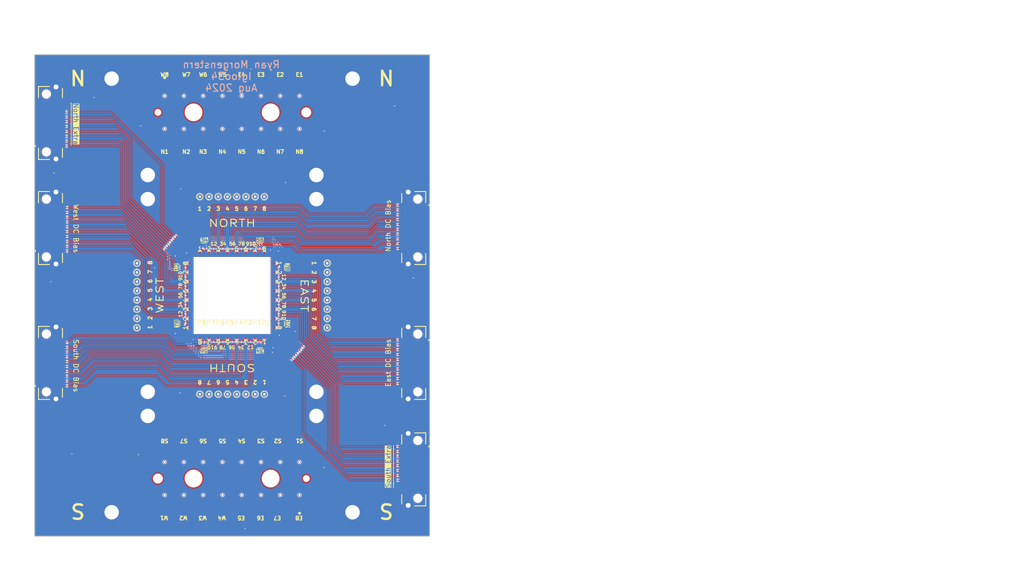
<source format=kicad_pcb>
(kicad_pcb (version 20221018) (generator pcbnew)
  (layers (0 "F.Cu" signal) (1 "In1.Cu" signal) (2 "In2.Cu" signal) (31 "B.Cu" signal) (34 "B.Paste" user) (35 "F.Paste" user) (36 "B.SilkS" user "B.Silkscreen") (37 "F.SilkS" user "F.Silkscreen") (38 "B.Mask" user) (39 "F.Mask" user) (44 "Edge.Cuts" user))
  (net 0 "")
  (net 1 "Net-(J1-Pin_1)")
  (net 2 "Net-(J1-Pin_2)")
  (net 3 "Net-(J1-Pin_3)")
  (net 4 "Net-(J1-Pin_4)")
  (net 5 "Net-(J1-Pin_5)")
  (net 6 "Net-(J1-Pin_6)")
  (net 7 "Net-(J1-Pin_7)")
  (net 8 "Net-(J1-Pin_8)")
  (net 9 "Net-(J2-Pin_1)")
  (net 10 "Net-(J2-Pin_2)")
  (net 11 "Net-(J2-Pin_3)")
  (net 12 "Net-(J2-Pin_4)")
  (net 13 "Net-(J2-Pin_5)")
  (net 14 "Net-(J2-Pin_6)")
  (net 15 "Net-(J2-Pin_7)")
  (net 16 "Net-(J2-Pin_8)")
  (net 17 "Net-(J5-Pin_1)")
  (net 18 "Net-(J5-Pin_2)")
  (net 19 "Net-(J5-Pin_3)")
  (net 20 "Net-(J5-Pin_4)")
  (net 21 "Net-(J5-Pin_5)")
  (net 22 "Net-(J5-Pin_6)")
  (net 23 "Net-(J5-Pin_7)")
  (net 24 "Net-(J5-Pin_8)")
  (net 25 "GND")
  (net 26 "Net-(J6-Pin_1)")
  (net 27 "Net-(J6-Pin_2)")
  (net 28 "Net-(J6-Pin_3)")
  (net 29 "Net-(J6-Pin_4)")
  (net 30 "Net-(J6-Pin_5)")
  (net 31 "Net-(J6-Pin_6)")
  (net 32 "Net-(J6-Pin_7)")
  (net 33 "Net-(J6-Pin_8)")
  (net 34 "Net-(J9-Pin_1)")
  (net 35 "Net-(J9-Pin_2)")
  (net 36 "Net-(J9-Pin_3)")
  (net 37 "Net-(J9-Pin_4)")
  (net 38 "Net-(J9-Pin_5)")
  (net 39 "Net-(J9-Pin_6)")
  (net 40 "Net-(J9-Pin_7)")
  (net 41 "Net-(J9-Pin_8)")
  (net 42 "Net-(J9-Pin_9)")
  (net 43 "Net-(J9-Pin_10)")
  (net 44 "Net-(J10-Pin_1)")
  (net 45 "Net-(J10-Pin_2)")
  (net 46 "Net-(J10-Pin_3)")
  (net 47 "Net-(J10-Pin_4)")
  (net 48 "Net-(J10-Pin_5)")
  (net 49 "Net-(J10-Pin_6)")
  (net 50 "Net-(J10-Pin_7)")
  (net 51 "Net-(J10-Pin_8)")
  (net 52 "Net-(J10-Pin_9)")
  (net 53 "Net-(J10-Pin_10)")
  (net 54 "Net-(J13-Pin_1)")
  (net 55 "Net-(J13-Pin_2)")
  (net 56 "Net-(J13-Pin_3)")
  (net 57 "Net-(J13-Pin_4)")
  (net 58 "Net-(J13-Pin_5)")
  (net 59 "Net-(J13-Pin_6)")
  (net 60 "Net-(J13-Pin_7)")
  (net 61 "Net-(J13-Pin_8)")
  (net 62 "Net-(J13-Pin_9)")
  (net 63 "Net-(J13-Pin_10)")
  (net 64 "Net-(J14-Pin_1)")
  (net 65 "Net-(J14-Pin_2)")
  (net 66 "Net-(J14-Pin_3)")
  (net 67 "Net-(J14-Pin_4)")
  (net 68 "Net-(J14-Pin_5)")
  (net 69 "Net-(J14-Pin_6)")
  (net 70 "Net-(J14-Pin_7)")
  (net 71 "Net-(J14-Pin_8)")
  (net 72 "Net-(J14-Pin_9)")
  (net 73 "Net-(J14-Pin_10)")
  (net 74 "Net-(J16-Pin_1)")
  (net 75 "Net-(J16-Pin_2)")
  (net 76 "Net-(J17-Pin_1)")
  (net 77 "Net-(J17-Pin_2)")
  (net 78 "Net-(J18-Pin_1)")
  (net 79 "Net-(J18-Pin_2)")
  (net 80 "Net-(J19-Pin_1)")
  (net 81 "Net-(J19-Pin_2)")
  (net 84 "Net-(J21-Pin_1)")
  (net 85 "Net-(J21-Pin_2)")
  (net 86 "Net-(J22-Pin_1)")
  (net 87 "Net-(J22-Pin_2)")
  (net 88 "Net-(J23-Pin_1)")
  (net 89 "Net-(J23-Pin_2)")
  (net 90 "Net-(J24-Pin_1)")
  (net 91 "Net-(J24-Pin_2)")
  (footprint "0_Library:wirebond_2x_500um" (layer "F.Cu") (at 9.25 5.749 -90)
    (fp_text reference "J21" hide)
    (fp_text value "Conn_01x02")
  )
  (footprint "0_Library:Test point top pad" (layer "F.Cu") (at 19.75 6.7)
    (fp_text reference "TP24" hide)
    (fp_text value "TestPoint")
  )
  (footprint "0_Library:wirebond_2x_500um" (layer "F.Cu") (at -5.741 -9.25)
    (fp_text reference "J17" hide)
    (fp_text value "Conn_01x02")
  )
  (footprint "0_Library:Test point top pad" (layer "F.Cu") (at -19.75 -4.79)
    (fp_text reference "TP31" hide)
    (fp_text value "TestPoint")
  )
  (footprint "0_Library:wirebond_8x_25mm" (layer "F.Cu") (at 0 8.75 180)
    (fp_text reference "J6" hide)
    (fp_text value "Conn_01x08_Pin")
  )
  (footprint "0_Library:Test point top pad" (layer "F.Cu") (at 2.88 20.5)
    (fp_text reference "TP3")
    (fp_text value "TestPoint")
  )
  (footprint "0_Library:Test point top pad" (layer "F.Cu") (at -19.75 -0.96)
    (fp_text reference "TP29" hide)
    (fp_text value "TestPoint")
  )
  (footprint "0_Library:Test point top pad" (layer "F.Cu") (at 19.75 2.87)
    (fp_text reference "TP22" hide)
    (fp_text value "TestPoint")
  )
  (footprint "0_Library:Test point top pad" (layer "F.Cu") (at -2.87 -20.5)
    (fp_text reference "TP11" hide)
    (fp_text value "TestPoint")
  )
  (footprint "0_Library:wirebond_2x_500um" (layer "F.Cu") (at -9.25 5.751 90)
    (fp_text reference "J24" hide)
    (fp_text value "Conn_01x02")
  )
  (footprint "0_Library:Test point top pad" (layer "F.Cu") (at 2.88 -20.5)
    (fp_text reference "TP14" hide)
    (fp_text value "TestPoint")
  )
  (footprint "0_Library:SAMTEC_LSHM-120-02.5-L-DV-A-S-TR" (layer "F.Cu") (at 37.7 -14 90)
    (fp_text reference "J8" hide)
    (fp_text value "LSHM-120-02.5-L-DV-A-S-TR")
  )
  (footprint "0_Library:Test point top pad" (layer "F.Cu") (at 0.96 -20.5)
    (fp_text reference "TP13" hide)
    (fp_text value "TestPoint")
  )
  (footprint "0_Library:Test point top pad" (layer "F.Cu") (at 4.79 20.5)
    (fp_text reference "TP1")
    (fp_text value "TestPoint")
  )
  (footprint "0_Library:Test point top pad" (layer "F.Cu") (at -0.96 20.5)
    (fp_text reference "TP5")
    (fp_text value "TestPoint")
  )
  (footprint "0_Library:Test point top pad" (layer "F.Cu") (at 6.7 20.5)
    (fp_text reference "TP2")
    (fp_text value "TestPoint")
  )
  (footprint "0_Library:wirebond_2x_500um" (layer "F.Cu") (at 5.739 -9.25)
    (fp_text reference "J18" hide)
    (fp_text value "Conn_01x02")
  )
  (footprint "0_Library:Test point top pad" (layer "F.Cu") (at -0.96 -20.5)
    (fp_text reference "TP12" hide)
    (fp_text value "TestPoint")
  )
  (footprint "0_Library:wirebond_2x_500um" (layer "F.Cu") (at 9.25 -5.741 -90)
    (fp_text reference "J19" hide)
    (fp_text value "Conn_01x02")
  )
  (footprint "0_Library:SAMTEC_LSHM-120-02.5-L-DV-A-S-TR" (layer "F.Cu") (at -37.7 -14 -90)
    (fp_text reference "J12" hide)
    (fp_text value "LSHM-120-02.5-L-DV-A-S-TR")
  )
  (footprint "0_Library:SAMTEC_LSHM-120-02.5-L-DV-A-S-TR" (layer "F.Cu") (at -37.7 -35.8 -90)
    (fp_text reference "J15" hide)
    (fp_text value "LSHM-120-02.5-L-DV-A-S-TR")
  )
  (footprint "0_Library:wirebond_8x_25mm" (layer "F.Cu") (at 8.75 0 90)
    (fp_text reference "J2" hide)
    (fp_text value "Conn_01x08_Pin")
  )
  (footprint "0_Library:wirebond_2x_500um" (layer "F.Cu") (at -5.749 9.25 180)
    (fp_text reference "J23" hide)
    (fp_text value "Conn_01x02")
  )
  (footprint "0_Library:wirebond_2x_500um" (layer "F.Cu") (at 5.741 9.25 180)
    (fp_text reference "J22" hide)
    (fp_text value "Conn_01x02")
  )
  (footprint "0_Library:Test point top pad" (layer "F.Cu") (at -6.7 20.5)
    (fp_text reference "TP8")
    (fp_text value "TestPoint")
  )
  (footprint "0_Library:Test point top pad" (layer "F.Cu") (at -19.75 -2.87)
    (fp_text reference "TP30" hide)
    (fp_text value "TestPoint")
  )
  (footprint "0_Library:Test point top pad" (layer "F.Cu") (at 6.7 -20.5)
    (fp_text reference "TP16" hide)
    (fp_text value "TestPoint")
  )
  (footprint "0_Library:Test point top pad" (layer "F.Cu") (at -19.75 2.87)
    (fp_text reference "TP19" hide)
    (fp_text value "TestPoint")
  )
  (footprint "0_Library:wirebond_8x_25mm" (layer "F.Cu") (at 0 -8.75)
    (fp_text reference "J5" hide)
    (fp_text value "Conn_01x08_Pin")
  )
  (footprint "0_Library:Test point top pad" (layer "F.Cu") (at -19.745 0.96)
    (fp_text reference "TP20" hide)
    (fp_text value "TestPoint")
  )
  (footprint "0_Library:wirebond_2x_500um" (layer "F.Cu") (at -9.25 -5.75 90)
    (fp_text reference "J16" hide)
    (fp_text value "Conn_01x02")
  )
  (footprint "0_Library:Test point top pad" (layer "F.Cu") (at 19.75 -6.7)
    (fp_text reference "TP25" hide)
    (fp_text value "TestPoint")
  )
  (footprint "0_Library:SAMTEC_LSHM-120-02.5-L-DV-A-S-TR" (layer "F.Cu") (at -37.7 14 -90)
    (fp_text reference "J7" hide)
    (fp_text value "LSHM-120-02.5-L-DV-A-S-TR")
  )
  (footprint "0_Library:Test point top pad" (layer "F.Cu") (at -4.78 20.5)
    (fp_text reference "TP7")
    (fp_text value "TestPoint")
  )
  (footprint "0_Library:Test point top pad" (layer "F.Cu") (at -2.87 20.5)
    (fp_text reference "TP6")
    (fp_text value "TestPoint")
  )
  (footprint "0_Library:Test point top pad" (layer "F.Cu") (at 4.79 -20.5)
    (fp_text reference "TP15" hide)
    (fp_text value "TestPoint")
  )
  (footprint "0_Library:SAMTEC_LSHM-120-02.5-L-DV-A-S-TR" (layer "F.Cu") (at 37.7 14 90)
    (fp_text reference "J11" hide)
    (fp_text value "LSHM-120-02.5-L-DV-A-S-TR")
  )
  (footprint "0_Library:wirebond_10x_1cm" (layer "F.Cu") (at 0 -9.25)
    (fp_text reference "J10" hide)
    (fp_text value "Conn_01x10")
  )
  (footprint "0_Library:Test point top pad" (layer "F.Cu") (at -19.75 6.7)
    (fp_text reference "TP17" hide)
    (fp_text value "TestPoint")
  )
  (footprint "0_Library:wirebond_10x_1cm" (layer "F.Cu") (at -9.25 0 90)
    (fp_text reference "J14" hide)
    (fp_text value "Conn_01x10")
  )
  (footprint "0_Library:Test point top pad" (layer "F.Cu") (at -19.75 4.79)
    (fp_text reference "TP18" hide)
    (fp_text value "TestPoint")
  )
  (footprint "0_Library:Test point top pad" (layer "F.Cu") (at 19.75 -2.87)
    (fp_text reference "TP27" hide)
    (fp_text value "TestPoint")
  )
  (footprint "0_Library:Test point top pad" (layer "F.Cu") (at 19.75 -0.96)
    (fp_text reference "TP28" hide)
    (fp_text value "TestPoint")
  )
  (footprint "0_Library:Test point top pad" (layer "F.Cu") (at 19.75 0.96)
    (fp_text reference "TP21" hide)
    (fp_text value "TestPoint")
  )
  (footprint "0_Library:Test point top pad" (layer "F.Cu") (at 19.75 4.79)
    (fp_text reference "TP23" hide)
    (fp_text value "TestPoint")
  )
  (footprint "0_Library:BE40A-S-92SP-X-2-08" (layer "F.Cu") (at 0 -38)
    (fp_text reference "J3" hide)
    (fp_text value "BE40A-S-92SP-2-2-08-0152")
  )
  (footprint "0_Library:Test point top pad" (layer "F.Cu") (at -4.78 -20.5)
    (fp_text reference "TP10" hide)
    (fp_text value "TestPoint")
  )
  (footprint "0_Library:Test point top pad" (layer "F.Cu") (at 0.96 20.5)
    (fp_text reference "TP4")
    (fp_text value "TestPoint")
  )
  (footprint "0_Library:Test point top pad" (layer "F.Cu") (at -6.7 -20.5)
    (fp_text reference "TP9" hide)
    (fp_text value "TestPoint")
  )
  (footprint "0_Library:SAMTEC_LSHM-120-02.5-L-DV-A-S-TR" (layer "F.Cu") (at 37.7 36.1 90)
    (fp_text reference "J20" hide)
    (fp_text value "LSHM-120-02.5-L-DV-A-S-TR")
  )
  (footprint "0_Library:wirebond_10x_1cm" (layer "F.Cu") (at 0 9.25 180)
    (fp_text reference "J9" hide)
    (fp_text value "Conn_01x10")
  )
  (footprint "0_Library:BE40A-S-92SP-X-2-08" (layer "F.Cu") (at 0 38 180)
    (fp_text reference "J4" hide)
    (fp_text value "BE40A-S-92SP-2-2-08-0152")
  )
  (footprint "0_Library:Test point top pad" (layer "F.Cu") (at 19.75 -4.79)
    (fp_text reference "TP26" hide)
    (fp_text value "TestPoint")
  )
  (footprint "0_Library:wirebond_8x_25mm" (layer "F.Cu") (at -8.75 0 -90)
    (fp_text reference "J1" hide)
    (fp_text value "Conn_01x08_Pin")
  )
  (footprint "0_Library:wirebond_10x_1cm" (layer "F.Cu") (at 9.25 0 -90)
    (fp_text reference "J13" hide)
    (fp_text value "Conn_01x10")
  )
  (footprint "0_Library:Test point top pad" (layer "F.Cu") (at -19.75 -6.7)
    (fp_text reference "TP32" hide)
    (fp_text value "TestPoint")
  )
  (gr_line (start -5.275 -10.85) (end -6.325 -10.85) (stroke (width 0.15)) (layer "F.SilkS"))
  (gr_line (start -10.85 -5.3) (end -10.85 -6.35) (stroke (width 0.15)) (layer "F.SilkS"))
  (gr_line (start 10.85 6.375) (end 10.85 5.325) (stroke (width 0.15)) (layer "F.SilkS"))
  (gr_line (start 33.5 31.1) (end 33.5 39.9) (stroke (width 0.15)) (layer "F.SilkS"))
  (gr_line (start -10.85 5.325) (end -10.85 6.375) (stroke (width 0.15)) (layer "F.SilkS"))
  (gr_line (start -5.225 10.85) (end -6.275 10.85) (stroke (width 0.15)) (layer "F.SilkS"))
  (gr_line (start 6.275 10.85) (end 5.225 10.85) (stroke (width 0.15)) (layer "F.SilkS"))
  (gr_line (start 10.85 -5.275) (end 10.85 -6.325) (stroke (width 0.15)) (layer "F.SilkS"))
  (gr_line (start -33.4 -40) (end -33.4 -31.2) (stroke (width 0.15)) (layer "F.SilkS"))
  (gr_line (start 6.275 -10.85) (end 5.225 -10.85) (stroke (width 0.15)) (layer "F.SilkS"))
  (gr_line (start -41 23) (end -41 50) (stroke (width 0.1)) (layer "Edge.Cuts"))
  (gr_line (start 30 50) (end -30 50) (stroke (width 0.1)) (layer "Edge.Cuts"))
  (gr_line (start 30 -50) (end -30 -50) (stroke (width 0.1)) (layer "Edge.Cuts"))
  (gr_line (start 41 -23) (end 41 -50) (stroke (width 0.1)) (layer "Edge.Cuts"))
  (gr_line (start -41.000026 -23) (end -41 -50) (stroke (width 0.1)) (layer "Edge.Cuts"))
  (gr_rect (start -8 -8) (end 8 8) (stroke (width 0.01)) (fill none) (layer "Edge.Cuts"))
  (gr_line (start 41 -23) (end 41 23) (stroke (width 0.1)) (layer "Edge.Cuts"))
  (gr_line (start 41 23) (end 41 50) (stroke (width 0.1)) (layer "Edge.Cuts"))
  (gr_line (start -41 -50) (end -30 -50) (stroke (width 0.1)) (layer "Edge.Cuts"))
  (gr_line (start -41 50) (end -30 50) (stroke (width 0.1)) (layer "Edge.Cuts"))
  (gr_line (start 41 50) (end 30 50) (stroke (width 0.1)) (layer "Edge.Cuts"))
  (gr_line (start -41 23) (end -41 -23) (stroke (width 0.1)) (layer "Edge.Cuts"))
  (gr_line (start 41 -50) (end 30 -50) (stroke (width 0.1)) (layer "Edge.Cuts"))
  (gr_text "Ryan Morgenstern\nIgloo34\nAug 2024" (at -0.1743 -45.5075) (layer "B.SilkS") (effects (font (size 1.5 1.5) (thickness 0.225)) (justify mirror)))
  (gr_text "5" (at 9.8 0.96 -90) (layer "F.SilkS") (effects (font (size 0.8 0.8) (thickness 0.153) bold)))
  (gr_text "1" (at -9.69 6.69 90) (layer "F.SilkS") (effects (font (size 0.8 0.8) (thickness 0.153) bold)))
  (gr_text "3" (at -9.69 2.86 90) (layer "F.SilkS") (effects (font (size 0.8 0.8) (thickness 0.153) bold)))
  (gr_text "1" (at 10.75 -4.15 -90) (layer "F.SilkS") (effects (font (size 0.7 0.7) (thickness 0.153) bold)))
  (gr_text "6" (at -6.25 11.5 180) (layer "F.SilkS" knockout) (effects (font (size 0.7 0.7) (thickness 0.153) bold)))
  (gr_text "7" (at 10.75 1.6 -90) (layer "F.SilkS") (effects (font (size 0.7 0.7) (thickness 0.153) bold)))
  (gr_text "6" (at -0.4 10.75 180) (layer "F.SilkS") (effects (font (size 0.7 0.7) (thickness 0.153) bold)))
  (gr_text "8" (at -10.7 -2.25 90) (layer "F.SilkS") (effects (font (size 0.7 0.7) (thickness 0.153) bold)))
  (gr_text "8" (at 6.7 -9.7) (layer "F.SilkS") (effects (font (size 0.8 0.8) (thickness 0.153) bold)))
  (gr_text "4" (at 10.75 -1.55 -90) (layer "F.SilkS") (effects (font (size 0.7 0.7) (thickness 0.153) bold)))
  (gr_text "S7" (at -10.0143 30.1725 180) (layer "F.SilkS") (effects (font (size 0.8 0.8) (thickness 0.2) bold)))
  (gr_text "1" (at 4.15 10.75 180) (layer "F.SilkS") (effects (font (size 0.7 0.7) (thickness 0.153) bold)))
  (gr_text "3" (at 17 -2.87 -90) (layer "F.SilkS") (effects (font (size 0.8 0.8) (thickness 0.2) bold)))
  (gr_text "W5" (at -2.0143 -45.8275) (layer "F.SilkS") (effects (font (size 0.8 0.8) (thickness 0.2) bold)))
  (gr_text "5" (at 17 0.96 -90) (layer "F.SilkS") (effects (font (size 0.8 0.8) (thickness 0.2) bold)))
  (gr_text "3" (at 9.8 -2.87 -90) (layer "F.SilkS") (effects (font (size 0.8 0.8) (thickness 0.153) bold)))
  (gr_text "3" (at 10.75 -2.2 -90) (layer "F.SilkS") (effects (font (size 0.7 0.7) (thickness 0.153) bold)))
  (gr_text "3" (at -2.87 -18) (layer "F.SilkS") (effects (font (size 0.8 0.8) (thickness 0.2) bold)))
  (gr_text "5" (at -0.25 -10.7) (layer "F.SilkS") (effects (font (size 0.7 0.7) (thickness 0.153) bold)))
  (gr_text "South Extra" (at 33 40 90) (layer "F.SilkS" knockout) (effects (font (size 1 1)) (justify left bottom)))
  (gr_text "2" (at 17 -4.78 -90) (layer "F.SilkS") (effects (font (size 0.8 0.8) (thickness 0.2) bold)))
  (gr_text "1" (at 9.8 -6.7 -90) (layer "F.SilkS") (effects (font (size 0.8 0.8) (thickness 0.153) bold)))
  (gr_text "E6" (at 5.890463 46.172499 180) (layer "F.SilkS") (effects (font (size 0.8 0.8) (thickness 0.2) bold)))
  (gr_text "7" (at 11.5 -6.3 270) (layer "F.SilkS" knockout) (effects (font (size 0.7 0.7) (thickness 0.153) bold)))
  (gr_text "2" (at 11.5 6.3 270) (layer "F.SilkS" knockout) (effects (font (size 0.7 0.7) (thickness 0.153) bold)))
  (gr_text "7" (at -9.69 -4.8 90) (layer "F.SilkS") (effects (font (size 0.8 0.8) (thickness 0.153) bold)))
  (gr_text "West DC Bias" (at -33 -19.05 270) (layer "F.SilkS") (effects (font (size 1 1)) (justify left bottom)))
  (gr_text "N2" (at -9.5143 -29.8275) (layer "F.SilkS") (effects (font (size 0.8 0.8) (thickness 0.2) bold)))
  (gr_text "S" (at 32 45) (layer "F.SilkS") (effects (font (size 3 3) (thickness 0.5) bold)))
  (gr_text "6" (at -17 -2.99 90) (layer "F.SilkS") (effects (font (size 0.8 0.8) (thickness 0.2) bold)))
  (gr_text "N1" (at -14.0143 -29.8275) (layer "F.SilkS") (effects (font (size 0.8 0.8) (thickness 0.2) bold)))
  (gr_text "1" (at 11.5 5.45 270) (layer "F.SilkS" knockout) (effects (font (size 0.7 0.7) (thickness 0.153) bold)))
  (gr_text "6" (at 2.88 -18) (layer "F.SilkS") (effects (font (size 0.8 0.8) (thickness 0.2) bold)))
  (gr_text "4" (at 17 -0.96 -90) (layer "F.SilkS") (effects (font (size 0.8 0.8) (thickness 0.2) bold)))
  (gr_text "10" (at 10.75 4.45 -90) (layer "F.SilkS") (effects (font (size 0.7 0.7) (thickness 0.153) bold)))
  (gr_text "8" (at 9.8 6.7 -90) (layer "F.SilkS") (effects (font (size 0.8 0.8) (thickness 0.153) bold)))
  (gr_text "8" (at -9.69 -6.71 90) (layer "F.SilkS") (effects (font (size 0.8 0.8) (thickness 0.153) bold)))
  (gr_text "7" (at 1.6 -10.7) (layer "F.SilkS") (effects (font (size 0.7 0.7) (thickness 0.153) bold)))
  (gr_text "North DC Bias" (at 33 -9 90) (layer "F.SilkS") (effects (font (size 1 1)) (justify left bottom)))
  (gr_text "S5" (at -2.0143 30.1725 180) (layer "F.SilkS") (effects (font (size 0.8 0.8) (thickness 0.2) bold)))
  (gr_text "7" (at -11.5 6.25 90) (layer "F.SilkS" knockout) (effects (font (size 0.7 0.7) (thickness 0.153) bold)))
  (gr_text "7" (at 17 4.79 -90) (layer "F.SilkS") (effects (font (size 0.8 0.8) (thickness 0.2) bold)))
  (gr_text "N4" (at -2.0143 -29.8275) (layer "F.SilkS") (effects (font (size 0.8 0.8) (thickness 0.2) bold)))
  (gr_text "5" (at -9.69 -0.97 90) (layer "F.SilkS") (effects (font (size 0.8 0.8) (thickness 0.153) bold)))
  (gr_text "S" (at -32 45) (layer "F.SilkS") (effects (font (size 3 3) (thickness 0.5) bold)))
  (gr_text "10" (at -4.45 10.75 180) (layer "F.SilkS") (effects (font (size 0.7 0.7) (thickness 0.153) bold)))
  (gr_text "6" (at 17 2.88 -90) (layer "F.SilkS") (effects (font (size 0.8 0.8) (thickness 0.2) bold)))
  (gr_text "E2" (at 9.9857 -45.8275) (layer "F.SilkS") (effects (font (size 0.8 0.8) (thickness 0.2) bold)))
  (gr_text "3" (at 6.2 11.5 180) (layer "F.SilkS" knockout) (effects (font (size 0.7 0.7) (thickness 0.153) bold)))
  (gr_text "W8" (at -14.0143 -45.8275) (layer "F.SilkS") (effects (font (size 0.8 0.8) (thickness 0.2) bold)))
  (gr_text "5" (at 5.4 -11.5) (layer "F.SilkS" knockout) (effects (font (size 0.7 0.7) (thickness 0.153) bold)))
  (gr_text "5" (at 0.96 -9.7) (layer "F.SilkS") (effects (font (size 0.8 0.8) (thickness 0.153) bold)))
  (gr_text "S2" (at 9.4857 30.1725 180) (layer "F.SilkS") (effects (font (size 0.8 0.8) (thickness 0.2) bold)))
  (gr_text "6" (at 2.88 -9.7) (layer "F.SilkS") (effects (font (size 0.8 0.8) (thickness 0.153) bold)))
  (gr_text "1" (at 6.7 9.7 180) (layer "F.SilkS") (effects (font (size 0.8 0.8) (thickness 0.153) bold)))
  (gr_text "1" (at -6.7 -18) (layer "F.SilkS") (effects (font (size 0.8 0.8) (thickness 0.2) bold)))
  (gr_text "E8" (at 13.890463 46.172499 180) (layer "F.SilkS") (effects (font (size 0.8 0.8) (thickness 0.2) bold)))
  (gr_text "EAST" (at 15 0 270) (layer "F.SilkS") (effects (font (size 1.5 2) (thickness 0.2) bold)))
  (gr_text "6" (at -10.7 -0.35 90) (layer "F.SilkS") (effects (font (size 0.7 0.7) (thickness 0.153) bold)))
  (gr_text "4" (at -9.69 0.95 90) (layer "F.SilkS") (effects (font (size 0.8 0.8) (thickness 0.153) bold)))
  (gr_text "W4" (at -2.109537 46.172499 180) (layer "F.SilkS") (effects (font (size 0.8 0.8) (thickness 0.2) bold)))
  (gr_text "N3" (at -6.0143 -29.8275) (layer "F.SilkS") (effects (font (size 0.8 0.8) (thickness 0.2) bold)))
  (gr_text "8" (at -17 -6.81 90) (layer "F.SilkS") (effects (font (size 0.8 0.8) (thickness 0.2) bold)))
  (gr_text "2" (at 3.45 10.75 180) (layer "F.SilkS") (effects (font (size 0.7 0.7) (thickness 0.153) bold)))
  (gr_text "7" (at -10.7 -1.55 90) (layer "F.SilkS") (effects (font (size 0.7 0.7) (thickness 0.153) bold)))
  (gr_text "3" (at -6.2 -11.5) (layer "F.SilkS" knockout) (effects (font (size 0.7 0.7) (thickness 0.153) bold)))
  (gr_text "N" (at 32 -45) (layer "F.SilkS") (effects (font (size 3 3) (thickness 0.5) bold)))
  (gr_text "S1" (at 13.9857 30.1725 180) (layer "F.SilkS") (effects (font (size 0.8 0.8) (thickness 0.2) bold)))
  (gr_text "6" (at 0.4 -10.7) (layer "F.SilkS") (effects (font (size 0.7 0.7) (thickness 0.153) bold)))
  (gr_text "8" (at -6.7 9.7 180) (layer "F.SilkS") (effects (font (size 0.8 0.8) (thickness 0.153) bold)))
  (gr_text "8" (at 11.5 -5.4 270) (layer "F.SilkS" knockout) (effects (font (size 0.7 0.7) (thickness 0.153) bold)))
  (gr_text "3" (at -2.2 -10.7) (layer "F.SilkS") (effects (font (size 0.7 0.7) (thickness 0.153) bold)))
  (gr_text "NORTH" (at 0 -15) (layer "F.SilkS") (effects (font (size 1.5 2) (thickness 0.2) bold)))
  (gr_text "3" (at -10.7 2.25 90) (layer "F.SilkS") (effects (font (size 0.7 0.7) (thickness 0.153) bold)))
  (gr_text "2" (at 9.8 -4.78 -90) (layer "F.SilkS") (effects (font (size 0.8 0.8) (thickness 0.153) bold)))
  (gr_text "1" (at -17 6.59 90) (layer "F.SilkS") (effects (font (size 0.8 0.8) (thickness 0.2) bold)))
  (gr_text "SOUTH" (at 0 15 180) (layer "F.SilkS") (effects (font (size 1.5 2) (thickness 0.2) bold)))
  (gr_text "W2" (at -10.109537 46.172499 180) (layer "F.SilkS") (effects (font (size 0.8 0.8) (thickness 0.2) bold)))
  (gr_text "4" (at -0.96 -18) (layer "F.SilkS") (effects (font (size 0.8 0.8) (thickness 0.2) bold)))
  (gr_text "3" (at 2.2 10.75 180) (layer "F.SilkS") (effects (font (size 0.7 0.7) (thickness 0.153) bold)))
  (gr_text "4" (at 0.96 9.7 180) (layer "F.SilkS") (effects (font (size 0.8 0.8) (thickness 0.153) bold)))
  (gr_text "8" (at 17 6.7 -90) (layer "F.SilkS") (effects (font (size 0.8 0.8) (thickness 0.2) bold)))
  (gr_text "S3" (at 5.9857 30.1725 180) (layer "F.SilkS") (effects (font (size 0.8 0.8) (thickness 0.2) bold)))
  (gr_text "6" (at 10.75 0.4 -90) (layer "F.SilkS") (effects (font (size 0.7 0.7) (thickness 0.153) bold)))
  (gr_text "5" (at 0.96 -18) (layer "F.SilkS") (effects (font (size 0.8 0.8) (thickness 0.2) bold)))
  (gr_text "2" (at 4.78 18 180) (layer "F.SilkS") (effects (font (size 0.8 0.8) (thickness 0.2) bold)))
  (gr_text "6" (at -2.88 9.7 180) (layer "F.SilkS") (effects (font (size 0.8 0.8) (thickness 0.153) bold)))
  (gr_text "8" (at 10.75 2.3 -90) (layer "F.SilkS") (effects (font (size 0.7 0.7) (thickness 0.153) bold)))
  (gr_text "7" (at -4.79 9.7 180) (layer "F.SilkS") (effects (font (size 0.8 0.8) (thickness 0.153) bold)))
  (gr_text "7" (at 4.79 -18) (layer "F.SilkS") (effects (font (size 0.8 0.8) (thickness 0.2) bold)))
  (gr_text "4" (at 1.55 10.75 180) (layer "F.SilkS") (effects (font (size 0.7 0.7) (thickness 0.153) bold)))
  (gr_text "8" (at -2.3 10.75 180) (layer "F.SilkS") (effects (font (size 0.7 0.7) (thickness 0.153) bold)))
  (gr_text "4" (at 9.8 -0.96 -90) (layer "F.SilkS") (effects (font (size 0.8 0.8) (thickness 0.153) bold)))
  (gr_text "W6" (at -6.0143 -45.8275) (layer "F.SilkS") (effects (font (size 0.8 0.8) (thickness 0.2) bold)))
  (gr_text "6" (at 6.2 -11.5) (layer "F.SilkS" knockout) (effects (font (size 0.7 0.7) (thickness 0.153) bold)))
  (gr_text "6" (at -9.69 -2.89 90) (layer "F.SilkS") (effects (font (size 0.8 0.8) (thickness 0.153) bold)))
  (gr_text "E7" (at 9.390463 46.172499 180) (layer "F.SilkS") (effects (font (size 0.8 0.8) (thickness 0.2) bold)))
  (gr_text "East DC Bias" (at 33 19.05 90) (layer "F.SilkS") (effects (font (size 1 1)) (justify left bottom)))
  (gr_text "2" (at -9.69 4.77 90) (layer "F.SilkS") (effects (font (size 0.8 0.8) (thickness 0.153) bold)))
  (gr_text "7" (at -1.6 10.75 180) (layer "F.SilkS") (effects (font (size 0.7 0.7) (thickness 0.153) bold)))
  (gr_text "4" (at -0.96 -9.7) (layer "F.SilkS") (effects (font (size 0.8 0.8) (thickness 0.153) bold)))
  (gr_text "South DC Bias" (at -33 9 270) (layer "F.SilkS") (effects (font (size 1 1)) (justify left bottom)))
  (gr_text "E5" (at 1.890463 46.172499 180) (layer "F.SilkS") (effects (font (size 0.8 0.8) (thickness 0.2) bold)))
  (gr_text "9" (at -3.4 10.75 180) (layer "F.SilkS") (effects (font (size 0.7 0.7) (thickness 0.153) bold)))
  (gr_text "4" (at -17 0.85 90) (layer "F.SilkS") (effects (font (size 0.8 0.8) (thickness 0.2) bold)))
  (gr_text "1" (at -11.5 -5.45 90) (layer "F.SilkS" knockout) (effects (font (size 0.7 0.7) (thickness 0.153) bold)))
  (gr_text "N7" (at 9.9857 -29.8275) (layer "F.SilkS") (effects (font (size 0.8 0.8) (thickness 0.2) bold)))
  (gr_text "7" (at -4.79 18 180) (layer "F.SilkS") (effects (font (size 0.8 0.8) (thickness 0.2) bold)))
  (gr_text "North Extra" (at -33 -40 270) (layer "F.SilkS" knockout) (effects (font (size 1 1)) (justify left bottom)))
  (gr_text "E1" (at 13.9857 -45.8275) (layer "F.SilkS") (effects (font (size 0.8 0.8) (thickness 0.2) bold)))
  (gr_text "S8" (at -14.0143 30.1725 180) (layer "F.SilkS") (effects (font (size 0.8 0.8) (thickness 0.2) bold)))
  (gr_text "WEST" (at -15 0 90) (layer "F.SilkS") (effects (font (size 1.5 2) (thickness 0.2) bold)))
  (gr_text "5" (at -0.96 9.7 180) (layer "F.SilkS") (effects (font (size 0.8 0.8) (thickness 0.153) bold)))
  (gr_text "1" (at -10.7 4.2 90) (layer "F.SilkS") (effects (font (size 0.7 0.7) (thickness 0.153) bold)))
  (gr_text "S6" (at -6.0143 30.1725 180) (layer "F.SilkS") (effects (font (size 0.8 0.8) (thickness 0.2) bold)))
  (gr_text "2" (at -3.45 -10.7) (layer "F.SilkS") (effects (font (size 0.7 0.7) (thickness 0.153) bold)))
  (gr_text "5" (at 0.25 10.75 180) (layer "F.SilkS") (effects (font (size 0.7 0.7) (thickness 0.153) bold)))
  (gr_text "2" (at -10.7 3.5 90) (layer "F.SilkS") (effects (font (size 0.7 0.7) (thickness 0.153) bold)))
  (gr_text "W1" (at -14.109537 46.172499 180) (layer "F.SilkS") (effects (font (size 0.8 0.8) (thickness 0.2) bold)))
  (gr_text "3" (at -2.87 -9.7) (layer "F.SilkS") (effects (font (size 0.8 0.8) (thickness 0.153) bold)))
  (gr_text "3" (at 2.87 9.7 180) (layer "F.SilkS") (effects (font (size 0.8 0.8) (thickness 0.153) bold)))
  (gr_text "9" (at 10.75 3.4 -90) (layer "F.SilkS") (effects (font (size 0.7 0.7) (thickness 0.153) bold)))
  (gr_text "10" (at 4.25 -10.7) (layer "F.SilkS") (effects (font (size 0.7 0.7) (thickness 0.153) bold)))
  (gr_text "4" (at -1.55 -10.7) (layer "F.SilkS") (effects (font (size 0.7 0.7) (thickness 0.153) bold)))
  (gr_text "5" (at -17 -1.07 90) (layer "F.SilkS") (effects (font (size 0.8 0.8) (thickness 0.2) bold)))
  (gr_text "10" (at -10.7 -4.35 90) (layer "F.SilkS") (effects (font (size 0.7 0.7) (thickness 0.153) bold)))
  (gr_text "2" (at -4.78 -9.7) (layer "F.SilkS") (effects (font (size 0.8 0.8) (thickness 0.153) bold)))
  (gr_text "W3" (at -6.109537 46.172499 180) (layer "F.SilkS") (effects (font (size 0.8 0.8) (thickness 0.2) bold)))
  (gr_text "3" (at -17 2.76 90) (layer "F.SilkS") (effects (font (size 0.8 0.8) (thickness 0.2) bold)))
  (gr_text "7" (at -17 -4.9 90) (layer "F.SilkS") (effects (font (size 0.8 0.8) (thickness 0.2) bold)))
  (gr_text "2" (at 10.75 -3.45 -90) (layer "F.SilkS") (effects (font (size 0.7 0.7) (thickness 0.153) bold)))
  (gr_text "1" (at -6.7 -9.7) (layer "F.SilkS") (effects (font (size 0.8 0.8) (thickness 0.153) bold)))
  (gr_text "1" (at -4.15 -10.7) (layer "F.SilkS") (effects (font (size 0.7 0.7) (thickness 0.153) bold)))
  (gr_text "3" (at 2.87 18 180) (layer "F.SilkS") (effects (font (size 0.8 0.8) (thickness 0.2) bold)))
  (gr_text "S4" (at 1.9857 30.1725 180) (layer "F.SilkS") (effects (font (size 0.8 0.8) (thickness 0.2) bold)))
  (gr_text "2" (at -4.78 -18) (layer "F.SilkS") (effects (font (size 0.8 0.8) (thickness 0.2) bold)))
  (gr_text "8" (at 2.3 -10.7) (layer "F.SilkS") (effects (font (size 0.7 0.7) (thickness 0.153) bold)))
  (gr_text "6" (at -2.88 18 180) (layer "F.SilkS") (effects (font (size 0.8 0.8) (thickness 0.2) bold)))
  (gr_text "N6" (at 5.9857 -29.8275) (layer "F.SilkS") (effects (font (size 0.8 0.8) (thickness 0.2) bold)))
  (gr_text "7" (at 9.8 4.79 -90) (layer "F.SilkS") (effects (font (size 0.8 0.8) (thickness 0.153) bold)))
  (gr_text "6" (at 9.8 2.88 -90) (layer "F.SilkS") (effects (font (size 0.8 0.8) (thickness 0.153) bold)))
  (gr_text "4" (at 0.96 18 180) (layer "F.SilkS") (effects (font (size 0.8 0.8) (thickness 0.2) bold)))
  (gr_text "8" (at -6.7 18 180) (layer "F.SilkS") (effects (font (size 0.8 0.8) (thickness 0.2) bold)))
  (gr_text "E3" (at 5.9857 -45.8275) (layer "F.SilkS") (effects (font (size 0.8 0.8) (thickness 0.2) bold)))
  (gr_text "2" (at -11.5 -6.3 90) (layer "F.SilkS" knockout) (effects (font (size 0.7 0.7) (thickness 0.153) bold)))
  (gr_text "1" (at 6.7 18 180) (layer "F.SilkS") (effects (font (size 0.8 0.8) (thickness 0.2) bold)))
  (gr_text "8" (at -11.5 5.4 90) (layer "F.SilkS" knockout) (effects (font (size 0.7 0.7) (thickness 0.153) bold)))
  (gr_text "7" (at 4.79 -9.7) (layer "F.SilkS") (effects (font (size 0.8 0.8) (thickness 0.153) bold)))
  (gr_text "W7" (at -9.5143 -45.8275) (layer "F.SilkS") (effects (font (size 0.8 0.8) (thickness 0.2) bold)))
  (gr_text "4" (at -10.7 1.6 90) (layer "F.SilkS") (effects (font (size 0.7 0.7) (thickness 0.153) bold)))
  (gr_text "4" (at -5.35 -11.5) (layer "F.SilkS" knockout) (effects (font (size 0.7 0.7) (thickness 0.153) bold)))
  (gr_text "5" (at -0.96 18 180) (layer "F.SilkS") (effects (font (size 0.8 0.8) (thickness 0.2) bold)))
  (gr_text "5" (at -10.7 0.3 90) (layer "F.SilkS") (effects (font (size 0.7 0.7) (thickness 0.153) bold)))
  (gr_text "5" (at -5.45 11.5 180) (layer "F.SilkS" knockout) (effects (font (size 0.7 0.7) (thickness 0.153) bold)))
  (gr_text "8" (at 6.7 -18) (layer "F.SilkS") (effects (font (size 0.8 0.8) (thickness 0.2) bold)))
  (gr_text "2" (at 4.78 9.7 180) (layer "F.SilkS") (effects (font (size 0.8 0.8) (thickness 0.153) bold)))
  (gr_text "N8" (at 13.9857 -29.8275) (layer "F.SilkS") (effects (font (size 0.8 0.8) (thickness 0.2) bold)))
  (gr_text "9" (at 3.2 -10.7) (layer "F.SilkS") (effects (font (size 0.7 0.7) (thickness 0.153) bold)))
  (gr_text "5" (at 10.75 -0.25 -90) (layer "F.SilkS") (effects (font (size 0.7 0.7) (thickness 0.153) bold)))
  (gr_text "E4" (at 1.9857 -45.8275) (layer "F.SilkS") (effects (font (size 0.8 0.8) (thickness 0.2) bold)))
  (gr_text "9" (at -10.7 -3.4 90) (layer "F.SilkS") (effects (font (size 0.7 0.7) (thickness 0.153) bold)))
  (gr_text "N" (at -32 -45) (layer "F.SilkS") (effects (font (size 3 3) (thickness 0.5) bold)))
  (gr_text "N5" (at 1.9857 -29.8275) (layer "F.SilkS") (effects (font (size 0.8 0.8) (thickness 0.2) bold)))
  (gr_text "1" (at 17 -6.7 -90) (layer "F.SilkS") (effects (font (size 0.8 0.8) (thickness 0.2) bold)))
  (gr_text "2" (at -17 4.67 90) (layer "F.SilkS") (effects (font (size 0.8 0.8) (thickness 0.2) bold)))
  (gr_text "4" (at 5.4 11.5 180) (layer "F.SilkS" knockout) (effects (font (size 0.7 0.7) (thickness 0.153) bold)))
  (via (at -9.1 -6.7025) (size 0.3) (drill 0.2) (layers "F.Cu" "B.Cu") (net 1))
  (via (at -14 -41.425) (size 0.6) (drill 0.4) (layers "F.Cu" "B.Cu") (net 1))
  (via (at -10 -41.425) (size 0.6) (drill 0.4) (layers "F.Cu" "B.Cu") (net 2))
  (via (at -9.1 -4.7875) (size 0.3) (drill 0.2) (layers "F.Cu" "B.Cu") (net 2))
  (via (at -6 -41.425) (size 0.6) (drill 0.4) (layers "F.Cu" "B.Cu") (net 3))
  (via (at -9.1 -2.8725) (size 0.3) (drill 0.2) (layers "F.Cu" "B.Cu") (net 3))
  (via (at -9.1 -0.9575) (size 0.3) (drill 0.2) (layers "F.Cu" "B.Cu") (net 4))
  (via (at -2 -41.425) (size 0.6) (drill 0.4) (layers "F.Cu" "B.Cu") (net 4))
  (via (at -2 41.425) (size 0.6) (drill 0.4) (layers "F.Cu" "B.Cu") (net 5))
  (via (at -9.1 0.9575) (size 0.3) (drill 0.2) (layers "F.Cu" "B.Cu") (net 5))
  (via (at -9.1 2.8725) (size 0.3) (drill 0.2) (layers "F.Cu" "B.Cu") (net 6))
  (via (at -6 41.425) (size 0.6) (drill 0.4) (layers "F.Cu" "B.Cu") (net 6))
  (via (at -10 41.425) (size 0.6) (drill 0.4) (layers "F.Cu" "B.Cu") (net 7))
  (via (at -9.1 4.7875) (size 0.3) (drill 0.2) (layers "F.Cu" "B.Cu") (net 7))
  (via (at -9.1 6.7025) (size 0.3) (drill 0.2) (layers "F.Cu" "B.Cu") (net 8))
  (via (at -14 41.425) (size 0.6) (drill 0.4) (layers "F.Cu" "B.Cu") (net 8))
  (via (at 9.1 6.7025) (size 0.3) (drill 0.2) (layers "F.Cu" "B.Cu") (net 9))
  (via (at 14 41.425) (size 0.6) (drill 0.4) (layers "F.Cu" "B.Cu") (net 9))
  (via (at 10 41.425) (size 0.6) (drill 0.4) (layers "F.Cu" "B.Cu") (net 10))
  (via (at 9.1 4.7875) (size 0.3) (drill 0.2) (layers "F.Cu" "B.Cu") (net 10))
  (via (at 9.1 2.8725) (size 0.3) (drill 0.2) (layers "F.Cu" "B.Cu") (net 11))
  (via (at 6 41.425) (size 0.6) (drill 0.4) (layers "F.Cu" "B.Cu") (net 11))
  (via (at 9.1 0.9575) (size 0.3) (drill 0.2) (layers "F.Cu" "B.Cu") (net 12))
  (via (at 2 41.425) (size 0.6) (drill 0.4) (layers "F.Cu" "B.Cu") (net 12))
  (via (at 9.1 -0.9575) (size 0.3) (drill 0.2) (layers "F.Cu" "B.Cu") (net 13))
  (via (at 2 -41.425) (size 0.6) (drill 0.4) (layers "F.Cu" "B.Cu") (net 13))
  (via (at 9.1 -2.8725) (size 0.3) (drill 0.2) (layers "F.Cu" "B.Cu") (net 14))
  (via (at 6 -41.425) (size 0.6) (drill 0.4) (layers "F.Cu" "B.Cu") (net 14))
  (via (at 10 -41.425) (size 0.6) (drill 0.4) (layers "F.Cu" "B.Cu") (net 15))
  (via (at 9.1 -4.7875) (size 0.3) (drill 0.2) (layers "F.Cu" "B.Cu") (net 15))
  (via (at 14 -41.425) (size 0.6) (drill 0.4) (layers "F.Cu" "B.Cu") (net 16))
  (via (at 9.1 -6.7025) (size 0.3) (drill 0.2) (layers "F.Cu" "B.Cu") (net 16))
  (via (at -14 -34.575) (size 0.6) (drill 0.4) (layers "F.Cu" "B.Cu") (net 17))
  (via (at -6.7025 -9.1) (size 0.3) (drill 0.2) (layers "F.Cu" "B.Cu") (net 17))
  (via (at -10 -34.575) (size 0.6) (drill 0.4) (layers "F.Cu" "B.Cu") (net 18))
  (via (at -4.7875 -9.1) (size 0.3) (drill 0.2) (layers "F.Cu" "B.Cu") (net 18))
  (via (at -6 -34.575) (size 0.6) (drill 0.4) (layers "F.Cu" "B.Cu") (net 19))
  (via (at -2.8725 -9.1) (size 0.3) (drill 0.2) (layers "F.Cu" "B.Cu") (net 19))
  (via (at -0.9575 -9.1) (size 0.3) (drill 0.2) (layers "F.Cu" "B.Cu") (net 20))
  (via (at -2 -34.575) (size 0.6) (drill 0.4) (layers "F.Cu" "B.Cu") (net 20))
  (via (at 0.9575 -9.1) (size 0.3) (drill 0.2) (layers "F.Cu" "B.Cu") (net 21))
  (via (at 2 -34.575) (size 0.6) (drill 0.4) (layers "F.Cu" "B.Cu") (net 21))
  (via (at 2.8725 -9.1) (size 0.3) (drill 0.2) (layers "F.Cu" "B.Cu") (net 22))
  (via (at 6 -34.575) (size 0.6) (drill 0.4) (layers "F.Cu" "B.Cu") (net 22))
  (via (at 4.7875 -9.1) (size 0.3) (drill 0.2) (layers "F.Cu" "B.Cu") (net 23))
  (via (at 10 -34.575) (size 0.6) (drill 0.4) (layers "F.Cu" "B.Cu") (net 23))
  (via (at 14 -34.575) (size 0.6) (drill 0.4) (layers "F.Cu" "B.Cu") (net 24))
  (via (at 6.7025 -9.1) (size 0.3) (drill 0.2) (layers "F.Cu" "B.Cu") (net 24))
  (segment (start 39.55 -18.75) (end 39.55 -9.25) (width 0.25) (layer "F.Cu") (net 25))
  (segment (start 36.55 -7.58566) (end 38.21434 -9.25) (width 0.25) (layer "F.Cu") (net 25))
  (segment (start 36.55 -6.525) (end 36.55 -7.58566) (width 0.25) (layer "F.Cu") (net 25))
  (segment (start 36.55 -21.475) (end 36.55 -20.41434) (width 0.25) (layer "F.Cu") (net 25))
  (segment (start 38.21434 -9.25) (end 39.55 -9.25) (width 0.25) (layer "F.Cu") (net 25))
  (segment (start 38.21434 -18.75) (end 39.55 -18.75) (width 0.25) (layer "F.Cu") (net 25))
  (segment (start 36.55 -20.41434) (end 38.21434 -18.75) (width 0.25) (layer "F.Cu") (net 25))
  (via (at 19.15 -34.15) (size 0.3) (drill 0.2) (layers "F.Cu" "B.Cu") (net 25))
  (via (at 25 -45) (size 3.5) (drill 3) (layers "F.Cu" "B.Cu") (net 25))
  (via (at 7.95 -9.4) (size 0.3) (drill 0.2) (layers "F.Cu" "B.Cu") (net 25))
  (via (at 17.5 20) (size 3.5) (drill 3) (layers "F.Cu" "B.Cu") (net 25))
  (via (at -17.5 20) (size 3.5) (drill 3) (layers "F.Cu" "B.Cu") (net 25))
  (via (at -17.5 25) (size 3.5) (drill 3) (layers "F.Cu" "B.Cu") (net 25))
  (via (at 8.5 10.85) (size 0.3) (drill 0.2) (layers "F.Cu" "B.Cu") (net 25))
  (via (at 25 45) (size 3.5) (drill 3) (layers "F.Cu" "B.Cu") (net 25))
  (via (at -33.25 32.9) (size 0.3) (drill 0.2) (layers "F.Cu" "B.Cu") (net 25))
  (via (at 17.5 -25) (size 3.5) (drill 3) (layers "F.Cu" "B.Cu") (net 25))
  (via (at -8.05 9.15) (size 0.3) (drill 0.2) (layers "F.Cu" "B.Cu") (net 25))
  (via (at 3.95 -47) (size 0.3) (drill 0.2) (layers "F.Cu" "B.Cu") (net 25))
  (via (at -10.65 -22.15) (size 0.3) (drill 0.2) (layers "F.Cu" "B.Cu") (net 25))
  (via (at 31.75 27) (size 0.3) (drill 0.2) (layers "F.Cu" "B.Cu") (net 25))
  (via (at 33.75 -39.35) (size 0.3) (drill 0.2) (layers "F.Cu" "B.Cu") (net 25))
  (via (at 2.7 48.35) (size 0.3) (drill 0.2) (layers "F.Cu" "B.Cu") (net 25))
  (via (at -17.5 -20) (size 3.5) (drill 3) (layers "F.Cu" "B.Cu") (net 25))
  (via (at -10.85 20.25) (size 0.3) (drill 0.2) (layers "F.Cu" "B.Cu") (net 25))
  (via (at 11.1 -23.45) (size 0.3) (drill 0.2) (layers "F.Cu" "B.Cu") (net 25))
  (via (at 8.35 11.8) (size 0.3) (drill 0.2) (layers "F.Cu" "B.Cu") (net 25))
  (via (at -11.8 -8.2) (size 0.3) (drill 0.2) (layers "F.Cu" "B.Cu") (net 25))
  (via (at -37.6 -2.85) (size 0.3) (drill 0.2) (layers "F.Cu" "B.Cu") (net 25))
  (via (at 9.6 -9.2) (size 0.3) (drill 0.2) (layers "F.Cu" "B.Cu") (net 25))
  (via (at 37.6 -3.6) (size 0.3) (drill 0.2) (layers "F.Cu" "B.Cu") (net 25))
  (via (at -16.05 -5.75) (size 0.3) (drill 0.2) (layers "F.Cu" "B.Cu") (net 25))
  (via (at 17.5 25) (size 3.5) (drill 3) (layers "F.Cu" "B.Cu") (net 25))
  (via (at 19.05 35.7) (size 0.3) (drill 0.2) (layers "F.Cu" "B.Cu") (net 25))
  (via (at -25 45) (size 3.5) (drill 3) (layers "F.Cu" "B.Cu") (net 25))
  (via (at -11.75 7.9) (size 0.3) (drill 0.2) (layers "F.Cu" "B.Cu") (net 25))
  (via (at 9.8 8.25) (size 0.3) (drill 0.2) (layers "F.Cu" "B.Cu") (net 25))
  (via (at -5.4 -10.35) (size 0.3) (drill 0.2) (layers "F.Cu" "B.Cu") (net 25))
  (via (at 10.9 20.9) (size 0.3) (drill 0.2) (layers "F.Cu" "B.Cu") (net 25))
  (via (at 13.1 7.45) (size 0.3) (drill 0.2) (layers "F.Cu" "B.Cu") (net 25))
  (via (at -36.95 -25.4) (size 0.3) (drill 0.2) (layers "F.Cu" "B.Cu") (net 25))
  (via (at -9.45 -8.8) (size 0.3) (drill 0.2) (layers "F.Cu" "B.Cu") (net 25))
  (via (at -17.5 -25) (size 3.5) (drill 3) (layers "F.Cu" "B.Cu") (net 25))
  (via (at -25 -45) (size 3.5) (drill 3) (layers "F.Cu" "B.Cu") (net 25))
  (via (at -19.45 33.05) (size 0.3) (drill 0.2) (layers "F.Cu" "B.Cu") (net 25))
  (via (at -28.7 -41.1) (size 0.3) (drill 0.2) (layers "F.Cu" "B.Cu") (net 25))
  (via (at -18.95 -35.2) (size 0.3) (drill 0.2) (layers "F.Cu" "B.Cu") (net 25))
  (via (at 17.5 -20) (size 3.5) (drill 3) (layers "F.Cu" "B.Cu") (net 25))
  (via (at 6.7025 9.1) (size 0.3) (drill 0.2) (layers "F.Cu" "B.Cu") (net 26))
  (via (at 14 34.575) (size 0.6) (drill 0.4) (layers "F.Cu" "B.Cu") (net 26))
  (via (at 4.7875 9.1) (size 0.3) (drill 0.2) (layers "F.Cu" "B.Cu") (net 27))
  (via (at 10 34.575) (size 0.6) (drill 0.4) (layers "F.Cu" "B.Cu") (net 27))
  (via (at 6 34.575) (size 0.6) (drill 0.4) (layers "F.Cu" "B.Cu") (net 28))
  (via (at 2.8725 9.1) (size 0.3) (drill 0.2) (layers "F.Cu" "B.Cu") (net 28))
  (via (at 0.9575 9.1) (size 0.3) (drill 0.2) (layers "F.Cu" "B.Cu") (net 29))
  (via (at 2 34.575) (size 0.6) (drill 0.4) (layers "F.Cu" "B.Cu") (net 29))
  (via (at -0.9575 9.1) (size 0.3) (drill 0.2) (layers "F.Cu" "B.Cu") (net 30))
  (via (at -2 34.575) (size 0.6) (drill 0.4) (layers "F.Cu" "B.Cu") (net 30))
  (via (at -2.8725 9.1) (size 0.3) (drill 0.2) (layers "F.Cu" "B.Cu") (net 31))
  (via (at -6 34.575) (size 0.6) (drill 0.4) (layers "F.Cu" "B.Cu") (net 31))
  (via (at -4.7875 9.1) (size 0.3) (drill 0.2) (layers "F.Cu" "B.Cu") (net 32))
  (via (at -10 34.575) (size 0.6) (drill 0.4) (layers "F.Cu" "B.Cu") (net 32))
  (via (at -14 34.575) (size 0.6) (drill 0.4) (layers "F.Cu" "B.Cu") (net 33))
  (via (at -6.7025 9.1) (size 0.3) (drill 0.2) (layers "F.Cu" "B.Cu") (net 33))
  (segment (start -34.25 18.74) (end -34.27 18.74) (width 0.25) (layer "F.Cu") (net 34))
  (segment (start -35.85 18.74) (end -34.25 18.74) (width 0.25) (layer "F.Cu") (net 34))
  (via (at -34.27 18.74) (size 0.3) (drill 0.2) (layers "F.Cu" "B.Cu") (net 34))
  (via (at 4.14 9.6) (size 0.3) (drill 0.2) (layers "F.Cu" "B.Cu") (net 34))
  (segment (start -15.8 16.65) (end -13.71 18.74) (width 0.25) (layer "B.Cu") (net 34))
  (segment (start -13.71 18.74) (end 3.22 18.74) (width 0.25) (layer "B.Cu") (net 34))
  (segment (start 4.14 17.82) (end 4.14 9.6) (width 0.25) (layer "B.Cu") (net 34))
  (segment (start -30.39 18.74) (end -28.3 16.65) (width 0.25) (layer "B.Cu") (net 34))
  (segment (start 3.22 18.74) (end 4.14 17.82) (width 0.25) (layer "B.Cu") (net 34))
  (segment (start -28.3 16.65) (end -15.8 16.65) (width 0.25) (layer "B.Cu") (net 34))
  (segment (start -34.27 18.74) (end -30.39 18.74) (width 0.25) (layer "B.Cu") (net 34))
  (segment (start -35.85 17.74) (end -34.25 17.74) (width 0.25) (layer "F.Cu") (net 35))
  (segment (start -34.25 17.74) (end -34.27 17.74) (width 0.25) (layer "F.Cu") (net 35))
  (via (at 3.502 9.6) (size 0.3) (drill 0.2) (layers "F.Cu" "B.Cu") (net 35))
  (via (at -34.27 17.74) (size 0.3) (drill 0.2) (layers "F.Cu" "B.Cu") (net 35))
  (segment (start 3.502 17.428) (end 3.19 17.74) (width 0.25) (layer "B.Cu") (net 35))
  (segment (start 3.19 17.74) (end -12.91 17.74) (width 0.25) (layer "B.Cu") (net 35))
  (segment (start 3.502 9.6) (end 3.502 17.428) (width 0.25) (layer "B.Cu") (net 35))
  (segment (start -30.89 17.74) (end -34.27 17.74) (width 0.25) (layer "B.Cu") (net 35))
  (segment (start -12.91 17.74) (end -15.55 15.1) (width 0.25) (layer "B.Cu") (net 35))
  (segment (start -15.55 15.1) (end -28.25 15.1) (width 0.25) (layer "B.Cu") (net 35))
  (segment (start -28.25 15.1) (end -30.89 17.74) (width 0.25) (layer "B.Cu") (net 35))
  (segment (start -34.25 16.74) (end -34.27 16.74) (width 0.25) (layer "F.Cu") (net 36))
  (segment (start -35.85 16.74) (end -34.25 16.74) (width 0.25) (layer "F.Cu") (net 36))
  (via (at 2.226 9.6) (size 0.3) (drill 0.2) (layers "F.Cu" "B.Cu") (net 36))
  (via (at -34.27 16.74) (size 0.3) (drill 0.2) (layers "F.Cu" "B.Cu") (net 36))
  (segment (start -31.09 16.74) (end -34.27 16.74) (width 0.25) (layer "B.Cu") (net 36))
  (segment (start 1.64 16.74) (end -12.81 16.74) (width 0.25) (layer "B.Cu") (net 36))
  (segment (start -28.4 14.05) (end -31.09 16.74) (width 0.25) (layer "B.Cu") (net 36))
  (segment (start 2.226 16.154) (end 1.64 16.74) (width 0.25) (layer "B.Cu") (net 36))
  (segment (start -12.81 16.74) (end -15.5 14.05) (width 0.25) (layer "B.Cu") (net 36))
  (segment (start 2.226 9.6) (end 2.226 16.154) (width 0.25) (layer "B.Cu") (net 36))
  (segment (start -15.5 14.05) (end -28.4 14.05) (width 0.25) (layer "B.Cu") (net 36))
  (segment (start -35.85 15.74) (end -34.25 15.74) (width 0.25) (layer "F.Cu") (net 37))
  (segment (start -34.25 15.74) (end -34.27 15.74) (width 0.25) (layer "F.Cu") (net 37))
  (via (at -34.27 15.74) (size 0.3) (drill 0.2) (layers "F.Cu" "B.Cu") (net 37))
  (via (at 1.588 9.6) (size 0.3) (drill 0.2) (layers "F.Cu" "B.Cu") (net 37))
  (segment (start -31.64 15.74) (end -34.27 15.74) (width 0.25) (layer "B.Cu") (net 37))
  (segment (start -29.05 13.15) (end -31.64 15.74) (width 0.25) (layer "B.Cu") (net 37))
  (segment (start -12.71 15.74) (end -15.3 13.15) (width 0.25) (layer "B.Cu") (net 37))
  (segment (start -15.3 13.15) (end -29.05 13.15) (width 0.25) (layer "B.Cu") (net 37))
  (segment (start 1.32 15.74) (end -12.71 15.74) (width 0.25) (layer "B.Cu") (net 37))
  (segment (start 1.588 15.472) (end 1.32 15.74) (width 0.25) (layer "B.Cu") (net 37))
  (segment (start 1.588 9.6) (end 1.588 15.472) (width 0.25) (layer "B.Cu") (net 37))
  (segment (start -34.25 14.74) (end -34.27 14.74) (width 0.25) (layer "F.Cu") (net 38))
  (segment (start -35.85 14.74) (end -34.25 14.74) (width 0.25) (layer "F.Cu") (net 38))
  (via (at -34.27 14.74) (size 0.3) (drill 0.2) (layers "F.Cu" "B.Cu") (net 38))
  (via (at 0.312 9.6) (size 0.3) (drill 0.2) (layers "F.Cu" "B.Cu") (net 38))
  (segment (start -0.22 14.74) (end -12.56 14.74) (width 0.25) (layer "B.Cu") (net 38))
  (segment (start 0.312 14.208) (end -0.22 14.74) (width 0.25) (layer "B.Cu") (net 38))
  (segment (start -12.56 14.74) (end -14.9 12.4) (width 0.25) (layer "B.Cu") (net 38))
  (segment (start -14.9 12.4) (end -29.45 12.4) (width 0.25) (layer "B.Cu") (net 38))
  (segment (start 0.312 9.6) (end 0.312 14.208) (width 0.25) (layer "B.Cu") (net 38))
  (segment (start -29.45 12.4) (end -31.79 14.74) (width 0.25) (layer "B.Cu") (net 38))
  (segment (start -31.79 14.74) (end -34.27 14.74) (width 0.25) (layer "B.Cu") (net 38))
  (segment (start -34.25 13.74) (end -34.27 13.74) (width 0.25) (layer "F.Cu") (net 39))
  (segment (start -35.85 13.74) (end -34.25 13.74) (width 0.25) (layer "F.Cu") (net 39))
  (via (at -34.27 13.74) (size 0.3) (drill 0.2) (layers "F.Cu" "B.Cu") (net 39))
  (via (at -0.326 9.6) (size 0.3) (drill 0.2) (layers "F.Cu" "B.Cu") (net 39))
  (segment (start -0.326 9.6) (end -0.326 13.646) (width 0.25) (layer "B.Cu") (net 39))
  (segment (start -32.1 13.74) (end -34.27 13.74) (width 0.25) (layer "B.Cu") (net 39))
  (segment (start -12.46 13.74) (end -14.5 11.7) (width 0.25) (layer "B.Cu") (net 39))
  (segment (start -30.06 11.7) (end -32.1 13.74) (width 0.25) (layer "B.Cu") (net 39))
  (segment (start -0.326 13.646) (end -0.42 13.74) (width 0.25) (layer "B.Cu") (net 39))
  (segment (start -14.5 11.7) (end -30.06 11.7) (width 0.25) (layer "B.Cu") (net 39))
  (segment (start -0.42 13.74) (end -12.46 13.74) (width 0.25) (layer "B.Cu") (net 39))
  (segment (start -35.85 12.74) (end -34.25 12.74) (width 0.25) (layer "F.Cu") (net 40))
  (segment (start -34.25 12.74) (end -34.27 12.74) (width 0.25) (layer "F.Cu") (net 40))
  (via (at -1.602 9.6) (size 0.3) (drill 0.2) (layers "F.Cu" "B.Cu") (net 40))
  (via (at -34.27 12.74) (size 0.3) (drill 0.2) (layers "F.Cu" "B.Cu") (net 40))
  (segment (start -30.65 10.95) (end -32.44 12.74) (width 0.25) (layer "B.Cu") (net 40))
  (segment (start -1.602 9.6) (end -1.602 12.412) (width 0.25) (layer "B.Cu") (net 40))
  (segment (start -14 10.95) (end -30.65 10.95) (width 0.25) (layer "B.Cu") (net 40))
  (segment (start -32.44 12.74) (end -34.27 12.74) (width 0.25) (layer "B.Cu") (net 40))
  (segment (start -12.21 12.74) (end -14 10.95) (width 0.25) (layer "B.Cu") (net 40))
  (segment (start -1.602 12.412) (end -1.93 12.74) (width 0.25) (layer "B.Cu") (net 40))
  (segment (start -1.93 12.74) (end -12.21 12.74) (width 0.25) (layer "B.Cu") (net 40))
  (segment (start -34.25 11.74) (end -34.27 11.74) (width 0.25) (layer "F.Cu") (net 41))
  (segment (start -35.85 11.74) (end -34.25 11.74) (width 0.25) (layer "F.Cu") (net 41))
  (via (at -34.27 11.74) (size 0.3) (drill 0.2) (layers "F.Cu" "B.Cu") (net 41))
  (via (at -2.24 9.6) (size 0.3) (drill 0.2) (layers "F.Cu" "B.Cu") (net 41))
  (segment (start -33.1 11.76) (end -34.25 11.76) (width 0.25) (layer "B.Cu") (net 41))
  (segment (start -2.45 11.76) (end -11.94 11.76) (width 0.25) (layer "B.Cu") (net 41))
  (segment (start -11.94 11.76) (end -13.6 10.1) (width 0.25) (layer "B.Cu") (net 41))
  (segment (start -13.6 10.1) (end -31.44 10.1) (width 0.25) (layer "B.Cu") (net 41))
  (segment (start -2.24 11.55) (end -2.45 11.76) (width 0.25) (layer "B.Cu") (net 41))
  (segment (start -31.44 10.1) (end -33.1 11.76) (width 0.25) (layer "B.Cu") (net 41))
  (segment (start -2.24 9.6) (end -2.24 11.55) (width 0.25) (layer "B.Cu") (net 41))
  (segment (start -34.25 11.76) (end -34.27 11.74) (width 0.25) (layer "B.Cu") (net 41))
  (segment (start -34.25 10.74) (end -34.27 10.74) (width 0.25) (layer "F.Cu") (net 42))
  (segment (start -35.85 10.74) (end -34.25 10.74) (width 0.25) (layer "F.Cu") (net 42))
  (via (at -3.516 9.6) (size 0.3) (drill 0.2) (layers "F.Cu" "B.Cu") (net 42))
  (via (at -34.27 10.74) (size 0.3) (drill 0.2) (layers "F.Cu" "B.Cu") (net 42))
  (segment (start -11.96 10.74) (end -13.4 9.3) (width 0.25) (layer "B.Cu") (net 42))
  (segment (start -32.64 10.74) (end -34.27 10.74) (width 0.25) (layer "B.Cu") (net 42))
  (segment (start -3.516 9.6) (end -3.516 10.476) (width 0.25) (layer "B.Cu") (net 42))
  (segment (start -31.2 9.3) (end -32.64 10.74) (width 0.25) (layer "B.Cu") (net 42))
  (segment (start -3.78 10.74) (end -11.96 10.74) (width 0.25) (layer "B.Cu") (net 42))
  (segment (start -13.4 9.3) (end -31.2 9.3) (width 0.25) (layer "B.Cu") (net 42))
  (segment (start -3.516 10.476) (end -3.78 10.74) (width 0.25) (layer "B.Cu") (net 42))
  (segment (start -35.85 9.74) (end -34.25 9.74) (width 0.25) (layer "F.Cu") (net 43))
  (segment (start -34.25 9.74) (end -34.27 9.74) (width 0.25) (layer "F.Cu") (net 43))
  (via (at -4.154 9.6) (size 0.3) (drill 0.2) (layers "F.Cu" "B.Cu") (net 43))
  (via (at -34.27 9.74) (size 0.3) (drill 0.2) (layers "F.Cu" "B.Cu") (net 43))
  (segment (start -13.05 8.69) (end -11.565 10.175) (width 0.25) (layer "B.Cu") (net 43))
  (segment (start -13.35 8.35) (end -13.05 8.65) (width 0.25) (layer "B.Cu") (net 43))
  (segment (start -32.88 8.35) (end -13.35 8.35) (width 0.25) (layer "B.Cu") (net 43))
  (segment (start -13.05 8.65) (end -13.05 8.69) (width 0.25) (layer "B.Cu") (net 43))
  (segment (start -4.33 10.175) (end -4.154 9.999) (width 0.25) (layer "B.Cu") (net 43))
  (segment (start -4.154 9.999) (end -4.154 9.6) (width 0.25) (layer "B.Cu") (net 43))
  (segment (start -34.27 9.74) (end -32.88 8.35) (width 0.25) (layer "B.Cu") (net 43))
  (segment (start -11.565 10.175) (end -4.33 10.175) (width 0.25) (layer "B.Cu") (net 43))
  (segment (start 35.85 -18.75) (end 34.35 -18.75) (width 0.25) (layer "F.Cu") (net 44))
  (via (at 34.35 -18.75) (size 0.3) (drill 0.2) (layers "F.Cu" "B.Cu") (net 44))
  (via (at -4.146 -9.6) (size 0.3) (drill 0.2) (layers "F.Cu" "B.Cu") (net 44))
  (segment (start 29.4 -18.75) (end 34.35 -18.75) (width 0.25) (layer "B.Cu") (net 44))
  (segment (start 16.05 -16.9) (end 27.55 -16.9) (width 0.25) (layer "B.Cu") (net 44))
  (segment (start 27.55 -16.9) (end 29.4 -18.75) (width 0.25) (layer "B.Cu") (net 44))
  (segment (start -4.146 -18.614) (end -4.01 -18.75) (width 0.25) (layer "B.Cu") (net 44))
  (segment (start -4.146 -9.6) (end -4.146 -18.614) (width 0.25) (layer "B.Cu") (net 44))
  (segment (start -4.01 -18.75) (end 14.2 -18.75) (width 0.25) (layer "B.Cu") (net 44))
  (segment (start 14.2 -18.75) (end 16.05 -16.9) (width 0.25) (layer "B.Cu") (net 44))
  (segment (start 35.85 -17.75) (end 34.35 -17.75) (width 0.25) (layer "F.Cu") (net 45))
  (via (at 34.35 -17.75) (size 0.3) (drill 0.2) (layers "F.Cu" "B.Cu") (net 45))
  (via (at -3.508 -9.6) (size 0.3) (drill 0.2) (layers "F.Cu" "B.Cu") (net 45))
  (segment (start -3.278 -17.75) (end 13.85 -17.75) (width 0.25) (layer "B.Cu") (net 45))
  (segment (start 13.85 -17.75) (end 15.6 -16) (width 0.25) (layer "B.Cu") (net 45))
  (segment (start 15.6 -16) (end 27.95 -16) (width 0.25) (layer "B.Cu") (net 45))
  (segment (start 29.7 -17.75) (end 34.35 -17.75) (width 0.25) (layer "B.Cu") (net 45))
  (segment (start 27.95 -16) (end 29.7 -17.75) (width 0.25) (layer "B.Cu") (net 45))
  (segment (start -3.508 -9.6) (end -3.508 -17.52) (width 0.25) (layer "B.Cu") (net 45))
  (segment (start -3.508 -17.52) (end -3.278 -17.75) (width 0.25) (layer "B.Cu") (net 45))
  (segment (start 35.85 -16.75) (end 34.35 -16.75) (width 0.25) (layer "F.Cu") (net 46))
  (via (at 34.35 -16.75) (size 0.3) (drill 0.2) (layers "F.Cu" "B.Cu") (net 46))
  (via (at -2.232 -9.6) (size 0.3) (drill 0.2) (layers "F.Cu" "B.Cu") (net 46))
  (segment (start 28.3 -15.05) (end 30 -16.75) (width 0.25) (layer "B.Cu") (net 46))
  (segment (start 13.7 -16.75) (end 15.4 -15.05) (width 0.25) (layer "B.Cu") (net 46))
  (segment (start 30 -16.75) (end 34.35 -16.75) (width 0.25) (layer "B.Cu") (net 46))
  (segment (start 15.4 -15.05) (end 28.3 -15.05) (width 0.25) (layer "B.Cu") (net 46))
  (segment (start -2.232 -16.538) (end -2.02 -16.75) (width 0.25) (layer "B.Cu") (net 46))
  (segment (start -2.232 -9.6) (end -2.232 -16.538) (width 0.25) (layer "B.Cu") (net 46))
  (segment (start -2.02 -16.75) (end 13.7 -16.75) (width 0.25) (layer "B.Cu") (net 46))
  (segment (start 35.85 -15.75) (end 34.35 -15.75) (width 0.25) (layer "F.Cu") (net 47))
  (via (at -1.594 -9.6) (size 0.3) (drill 0.2) (layers "F.Cu" "B.Cu") (net 47))
  (via (at 34.35 -15.75) (size 0.3) (drill 0.2) (layers "F.Cu" "B.Cu") (net 47))
  (segment (start 28.3 -13.7) (end 30.35 -15.75) (width 0.25) (layer "B.Cu") (net 47))
  (segment (start -1.594 -9.6) (end -1.594 -15.5) (width 0.25) (layer "B.Cu") (net 47))
  (segment (start 15.55 -13.7) (end 28.3 -13.7) (width 0.25) (layer "B.Cu") (net 47))
  (segment (start -1.344 -15.75) (end 13.5 -15.75) (width 0.25) (layer "B.Cu") (net 47))
  (segment (start -1.594 -15.5) (end -1.344 -15.75) (width 0.25) (layer "B.Cu") (net 47))
  (segment (start 30.35 -15.75) (end 34.35 -15.75) (width 0.25) (layer "B.Cu") (net 47))
  (segment (start 13.5 -15.75) (end 15.55 -13.7) (width 0.25) (layer "B.Cu") (net 47))
  (segment (start 35.85 -14.75) (end 34.35 -14.75) (width 0.25) (layer "F.Cu") (net 48))
  (via (at 34.35 -14.75) (size 0.3) (drill 0.2) (layers "F.Cu" "B.Cu") (net 48))
  (via (at -0.318 -9.6) (size 0.3) (drill 0.2) (layers "F.Cu" "B.Cu") (net 48))
  (segment (start 28.2 -12.75) (end 30.2 -14.75) (width 0.25) (layer "B.Cu") (net 48))
  (segment (start -0.18 -14.75) (end 13.35 -14.75) (width 0.25) (layer "B.Cu") (net 48))
  (segment (start -0.318 -14.612) (end -0.18 -14.75) (width 0.25) (layer "B.Cu") (net 48))
  (segment (start -0.318 -9.6) (end -0.318 -14.612) (width 0.25) (layer "B.Cu") (net 48))
  (segment (start 30.2 -14.75) (end 34.35 -14.75) (width 0.25) (layer "B.Cu") (net 48))
  (segment (start 13.35 -14.75) (end 15.35 -12.75) (width 0.25) (layer "B.Cu") (net 48))
  (segment (start 15.35 -12.75) (end 28.2 -12.75) (width 0.25) (layer "B.Cu") (net 48))
  (segment (start 35.85 -13.75) (end 34.35 -13.75) (width 0.25) (layer "F.Cu") (net 49))
  (via (at 34.35 -13.75) (size 0.3) (drill 0.2) (layers "F.Cu" "B.Cu") (net 49))
  (via (at 0.32 -9.6) (size 0.3) (drill 0.2) (layers "F.Cu" "B.Cu") (net 49))
  (segment (start 15 -12.05) (end 13.3 -13.75) (width 0.25) (layer "B.Cu") (net 49))
  (segment (start 34.35 -13.75) (end 30 -13.75) (width 0.25) (layer "B.Cu") (net 49))
  (segment (start 0.32 -13.58) (end 0.32 -9.6) (width 0.25) (layer "B.Cu") (net 49))
  (segment (start 13.3 -13.75) (end 0.49 -13.75) (width 0.25) (layer "B.Cu") (net 49))
  (segment (start 30 -13.75) (end 28.3 -12.05) (width 0.25) (layer "B.Cu") (net 49))
  (segment (start 0.49 -13.75) (end 0.32 -13.58) (width 0.25) (layer "B.Cu") (net 49))
  (segment (start 28.3 -12.05) (end 15 -12.05) (width 0.25) (layer "B.Cu") (net 49))
  (segment (start 35.85 -12.75) (end 34.35 -12.75) (width 0.25) (layer "F.Cu") (net 50))
  (via (at 1.596 -9.6) (size 0.3) (drill 0.2) (layers "F.Cu" "B.Cu") (net 50))
  (via (at 34.35 -12.75) (size 0.3) (drill 0.2) (layers "F.Cu" "B.Cu") (net 50))
  (segment (start 30.25 -12.75) (end 34.35 -12.75) (width 0.25) (layer "B.Cu") (net 50))
  (segment (start 28.85 -11.35) (end 30.25 -12.75) (width 0.25) (layer "B.Cu") (net 50))
  (segment (start 14.6 -11.35) (end 28.85 -11.35) (width 0.25) (layer "B.Cu") (net 50))
  (segment (start 13.2 -12.75) (end 14.6 -11.35) (width 0.25) (layer "B.Cu") (net 50))
  (segment (start 1.77 -12.75) (end 13.2 -12.75) (width 0.25) (layer "B.Cu") (net 50))
  (segment (start 1.596 -9.6) (end 1.596 -12.576) (width 0.25) (layer "B.Cu") (net 50))
  (segment (start 1.596 -12.576) (end 1.77 -12.75) (width 0.25) (layer "B.Cu") (net 50))
  (segment (start 35.85 -11.75) (end 34.35 -11.75) (width 0.25) (layer "F.Cu") (net 51))
  (via (at 2.234 -9.6) (size 0.3) (drill 0.2) (layers "F.Cu" "B.Cu") (net 51))
  (via (at 34.35 -11.75) (size 0.3) (drill 0.2) (layers "F.Cu" "B.Cu") (net 51))
  (segment (start 2.24 -11.65) (end 2.24 -9.606) (width 0.25) (layer "B.Cu") (net 51))
  (segment (start 30.2 -11.75) (end 28.95 -10.5) (width 0.25) (layer "B.Cu") (net 51))
  (segment (start 2.24 -9.606) (end 2.234 -9.6) (width 0.25) (layer "B.Cu") (net 51))
  (segment (start 2.34 -11.75) (end 2.24 -11.65) (width 0.25) (layer "B.Cu") (net 51))
  (segment (start 13.1 -11.75) (end 2.34 -11.75) (width 0.25) (layer "B.Cu") (net 51))
  (segment (start 28.95 -10.5) (end 14.35 -10.5) (width 0.25) (layer "B.Cu") (net 51))
  (segment (start 34.35 -11.75) (end 30.2 -11.75) (width 0.25) (layer "B.Cu") (net 51))
  (segment (start 14.35 -10.5) (end 13.1 -11.75) (width 0.25) (layer "B.Cu") (net 51))
  (segment (start 35.85 -10.75) (end 34.35 -10.75) (width 0.25) (layer "F.Cu") (net 52))
  (via (at 3.51 -9.6) (size 0.3) (drill 0.2) (layers "F.Cu" "B.Cu") (net 52))
  (via (at 34.35 -10.75) (size 0.3) (drill 0.2) (layers "F.Cu" "B.Cu") (net 52))
  (segment (start 30.825 -10.825) (end 34.275 -10.825) (width 0.25) (layer "B.Cu") (net 52))
  (segment (start 3.785 -10.825) (end 13.025 -10.825) (width 0.25) (layer "B.Cu") (net 52))
  (segment (start 29.8 -9.9) (end 29.85 -9.85) (width 0.25) (layer "B.Cu") (net 52))
  (segment (start 3.51 -10.55) (end 3.785 -10.825) (width 0.25) (layer "B.Cu") (net 52))
  (segment (start 3.51 -9.6) (end 3.51 -10.55) (width 0.25) (layer "B.Cu") (net 52))
  (segment (start 29.85 -9.85) (end 30.825 -10.825) (width 0.25) (layer "B.Cu") (net 52))
  (segment (start 13.025 -10.825) (end 13.95 -9.9) (width 0.25) (layer "B.Cu") (net 52))
  (segment (start 13.95 -9.9) (end 29.8 -9.9) (width 0.25) (layer "B.Cu") (net 52))
  (segment (start 34.275 -10.825) (end 34.35 -10.75) (width 0.25) (layer "B.Cu") (net 52))
  (segment (start 35.85 -9.75) (end 34.35 -9.75) (width 0.25) (layer "F.Cu") (net 53))
  (via (at 34.35 -9.75) (size 0.3) (drill 0.2) (layers "F.Cu" "B.Cu") (net 53))
  (via (at 4.148 -9.6) (size 0.3) (drill 0.2) (layers "F.Cu" "B.Cu") (net 53))
  (segment (start 4.148 -9.989) (end 4.384 -10.225) (width 0.25) (layer "B.Cu") (net 53))
  (segment (start 12.175 -10.225) (end 13.35 -9.05) (width 0.25) (layer "B.Cu") (net 53))
  (segment (start 4.148 -9.6) (end 4.148 -9.989) (width 0.25) (layer "B.Cu") (net 53))
  (segment (start 13.35 -9.05) (end 31.25 -9.05) (width 0.25) (layer "B.Cu") (net 53))
  (segment (start 31.95 -9.75) (end 34.35 -9.75) (width 0.25) (layer "B.Cu") (net 53))
  (segment (start 31.25 -9.05) (end 31.95 -9.75) (width 0.25) (layer "B.Cu") (net 53))
  (segment (start 4.384 -10.225) (end 12.175 -10.225) (width 0.25) (layer "B.Cu") (net 53))
  (segment (start 35.85 9.25) (end 34.35 9.25) (width 0.25) (layer "F.Cu") (net 54))
  (via (at 34.35 9.25) (size 0.3) (drill 0.2) (layers "F.Cu" "B.Cu") (net 54))
  (via (at 9.6 -4.146) (size 0.3) (drill 0.2) (layers "F.Cu" "B.Cu") (net 54))
  (segment (start 18.185 -3.525) (end 17.564 -4.146) (width 0.25) (layer "B.Cu") (net 54))
  (segment (start 18.185 7.616624) (end 18.185 -3.525) (width 0.25) (layer "B.Cu") (net 54))
  (segment (start 19.818376 9.25) (end 18.185 7.616624) (width 0.25) (layer "B.Cu") (net 54))
  (segment (start 17.564 -4.146) (end 9.6 -4.146) (width 0.25) (layer "B.Cu") (net 54))
  (segment (start 34.35 9.25) (end 19.818376 9.25) (width 0.25) (layer "B.Cu") (net 54))
  (segment (start 35.85 10.25) (end 34.35 10.25) (width 0.25) (layer "F.Cu") (net 55))
  (via (at 9.6 -3.508) (size 0.3) (drill 0.2) (layers "F.Cu" "B.Cu") (net 55))
  (via (at 34.35 10.25) (size 0.3) (drill 0.2) (layers "F.Cu" "B.Cu") (net 55))
  (segment (start 17.735 7.80302) (end 20.18198 10.25) (width 0.25) (layer "B.Cu") (net 55))
  (segment (start 20.18198 10.25) (end 34.35 10.25) (width 0.25) (layer "B.Cu") (net 55))
  (segment (start 9.6 -3.508) (end 17.565604 -3.508) (width 0.25) (layer "B.Cu") (net 55))
  (segment (start 17.565604 -3.508) (end 17.735 -3.338604) (width 0.25) (layer "B.Cu") (net 55))
  (segment (start 17.735 -3.338604) (end 17.735 7.80302) (width 0.25) (layer "B.Cu") (net 55))
  (segment (start 35.85 11.25) (end 34.35 11.25) (width 0.25) (layer "F.Cu") (net 56))
  (via (at 34.35 11.25) (size 0.3) (drill 0.2) (layers "F.Cu" "B.Cu") (net 56))
  (via (at 9.6 -2.232) (size 0.3) (drill 0.2) (layers "F.Cu" "B.Cu") (net 56))
  (segment (start 17.285 5.13) (end 17.285 7.989416) (width 0.25) (layer "B.Cu") (net 56))
  (segment (start 9.6 -2.232) (end 17.043 -2.232) (width 0.25) (layer "B.Cu") (net 56))
  (segment (start 17.043 -2.232) (end 17.285 -1.99) (width 0.25) (layer "B.Cu") (net 56))
  (segment (start 17.285 5.13) (end 17.285 -1.99) (width 0.25) (layer "B.Cu") (net 56))
  (segment (start 17.285 7.989416) (end 20.545584 11.25) (width 0.25) (layer "B.Cu") (net 56))
  (segment (start 20.545584 11.25) (end 34.35 11.25) (width 0.25) (layer "B.Cu") (net 56))
  (segment (start 35.85 12.25) (end 34.35 12.25) (width 0.25) (layer "F.Cu") (net 57))
  (via (at 34.35 12.25) (size 0.3) (drill 0.2) (layers "F.Cu" "B.Cu") (net 57))
  (via (at 9.6 -1.594) (size 0.3) (drill 0.2) (layers "F.Cu" "B.Cu") (net 57))
  (segment (start 16.835 -1.44) (end 16.835 8.175812) (width 0.25) (layer "B.Cu") (net 57))
  (segment (start 9.6 -1.594) (end 16.681 -1.594) (width 0.25) (layer "B.Cu") (net 57))
  (segment (start 16.835 8.175812) (end 20.909188 12.25) (width 0.25) (layer "B.Cu") (net 57))
  (segment (start 20.909188 12.25) (end 34.35 12.25) (width 0.25) (layer "B.Cu") (net 57))
  (segment (start 16.681 -1.594) (end 16.835 -1.44) (width 0.25) (layer "B.Cu") (net 57))
  (segment (start 35.85 13.25) (end 34.35 13.25) (width 0.25) (layer "F.Cu") (net 58))
  (via (at 9.6 -0.318) (size 0.3) (drill 0.2) (layers "F.Cu" "B.Cu") (net 58))
  (via (at 34.35 13.25) (size 0.3) (drill 0.2) (layers "F.Cu" "B.Cu") (net 58))
  (segment (start 16.385 -0.195) (end 16.385 8.362208) (width 0.25) (layer "B.Cu") (net 58))
  (segment (start 21.272792 13.25) (end 34.35 13.25) (width 0.25) (layer "B.Cu") (net 58))
  (segment (start 16.385 8.362208) (end 21.272792 13.25) (width 0.25) (layer "B.Cu") (net 58))
  (segment (start 9.6 -0.318) (end 16.262 -0.318) (width 0.25) (layer "B.Cu") (net 58))
  (segment (start 16.262 -0.318) (end 16.385 -0.195) (width 0.25) (layer "B.Cu") (net 58))
  (segment (start 35.85 14.25) (end 34.35 14.25) (width 0.25) (layer "F.Cu") (net 59))
  (via (at 34.35 14.25) (size 0.3) (drill 0.2) (layers "F.Cu" "B.Cu") (net 59))
  (via (at 9.6 0.32) (size 0.3) (drill 0.2) (layers "F.Cu" "B.Cu") (net 59))
  (segment (start 15.83 0.32) (end 15.935 0.425) (width 0.25) (layer "B.Cu") (net 59))
  (segment (start 9.6 0.32) (end 15.83 0.32) (width 0.25) (layer "B.Cu") (net 59))
  (segment (start 15.935 8.548604) (end 21.636396 14.25) (width 0.25) (layer "B.Cu") (net 59))
  (segment (start 21.636396 14.25) (end 34.35 14.25) (width 0.25) (layer "B.Cu") (net 59))
  (segment (start 15.935 0.425) (end 15.935 8.548604) (width 0.25) (layer "B.Cu") (net 59))
  (segment (start 35.85 15.25) (end 34.35 15.25) (width 0.25) (layer "F.Cu") (net 60))
  (via (at 9.6 1.596) (size 0.3) (drill 0.2) (layers "F.Cu" "B.Cu") (net 60))
  (via (at 34.35 15.25) (size 0.3) (drill 0.2) (layers "F.Cu" "B.Cu") (net 60))
  (segment (start 22 15.25) (end 34.35 15.25) (width 0.25) (layer "B.Cu") (net 60))
  (segment (start 9.6 1.596) (end 15.485 1.596) (width 0.25) (layer "B.Cu") (net 60))
  (segment (start 15.485 1.596) (end 15.485 8.735) (width 0.25) (layer "B.Cu") (net 60))
  (segment (start 15.485 8.735) (end 22 15.25) (width 0.25) (layer "B.Cu") (net 60))
  (segment (start 35.85 16.25) (end 34.35 16.25) (width 0.25) (layer "F.Cu") (net 61))
  (via (at 34.35 16.25) (size 0.3) (drill 0.2) (layers "F.Cu" "B.Cu") (net 61))
  (via (at 9.6 2.234) (size 0.3) (drill 0.2) (layers "F.Cu" "B.Cu") (net 61))
  (segment (start 22.270727 16.25) (end 34.35 16.25) (width 0.25) (layer "B.Cu") (net 61))
  (segment (start 9.6 2.234) (end 15.031 2.234) (width 0.25) (layer "B.Cu") (net 61))
  (segment (start 15.035 9.014273) (end 22.270727 16.25) (width 0.25) (layer "B.Cu") (net 61))
  (segment (start 15.031 2.234) (end 15.035 2.23) (width 0.25) (layer "B.Cu") (net 61))
  (segment (start 15.035 2.23) (end 15.035 9.014273) (width 0.25) (layer "B.Cu") (net 61))
  (segment (start 35.85 17.25) (end 34.35 17.25) (width 0.25) (layer "F.Cu") (net 62))
  (via (at 9.6 3.51) (size 0.3) (drill 0.2) (layers "F.Cu" "B.Cu") (net 62))
  (via (at 34.35 17.25) (size 0.3) (drill 0.2) (layers "F.Cu" "B.Cu") (net 62))
  (segment (start 22.634331 17.25) (end 34.35 17.25) (width 0.25) (layer "B.Cu") (net 62))
  (segment (start 14.55 3.51) (end 14.585 3.545) (width 0.25) (layer "B.Cu") (net 62))
  (segment (start 9.6 3.51) (end 14.55 3.51) (width 0.25) (layer "B.Cu") (net 62))
  (segment (start 14.585 3.545) (end 14.585 9.200669) (width 0.25) (layer "B.Cu") (net 62))
  (segment (start 14.585 9.200669) (end 22.634331 17.25) (width 0.25) (layer "B.Cu") (net 62))
  (segment (start 35.85 18.25) (end 34.35 18.25) (width 0.25) (layer "F.Cu") (net 63))
  (via (at 34.35 18.25) (size 0.3) (drill 0.2) (layers "F.Cu" "B.Cu") (net 63))
  (via (at 9.6 4.148) (size 0.3) (drill 0.2) (layers "F.Cu" "B.Cu") (net 63))
  (segment (start 9.6 4.148) (end 14.133 4.148) (width 0.25) (layer "B.Cu") (net 63))
  (segment (start 14.133 4.148) (end 14.135 4.15) (width 0.25) (layer "B.Cu") (net 63))
  (segment (start 14.135 4.15) (end 14.135 9.387065) (width 0.25) (layer "B.Cu") (net 63))
  (segment (start 22.997935 18.25) (end 34.35 18.25) (width 0.25) (layer "B.Cu") (net 63))
  (segment (start 14.135 9.387065) (end 22.997935 18.25) (width 0.25) (layer "B.Cu") (net 63))
  (segment (start -35.85 -9.25) (end -34.25 -9.25) (width 0.25) (layer "F.Cu") (net 64))
  (via (at -34.25 -9.25) (size 0.3) (drill 0.2) (layers "F.Cu" "B.Cu") (net 64))
  (via (at -9.6 4.14) (size 0.3) (drill 0.2) (layers "F.Cu" "B.Cu") (net 64))
  (segment (start -18.883 2.400254) (end -17.143254 4.14) (width 0.25) (layer "B.Cu") (net 64))
  (segment (start -17.143254 4.14) (end -9.6 4.14) (width 0.25) (layer "B.Cu") (net 64))
  (segment (start -20.92 -9.25) (end -18.883 -7.213) (width 0.25) (layer "B.Cu") (net 64))
  (segment (start -34.25 -9.25) (end -20.92 -9.25) (width 0.25) (layer "B.Cu") (net 64))
  (segment (start -18.883 -7.213) (end -18.883 2.400254) (width 0.25) (layer "B.Cu") (net 64))
  (segment (start -35.85 -10.25) (end -34.25 -10.25) (width 0.25) (layer "F.Cu") (net 65))
  (via (at -9.62 3.502) (size 0.3) (drill 0.2) (layers "F.Cu" "B.Cu") (net 65))
  (via (at -34.25 -10.25) (size 0.3) (drill 0.2) (layers "F.Cu" "B.Cu") (net 65))
  (segment (start -17.018 3.502) (end -18.18 2.34) (width 0.25) (layer "B.Cu") (net 65))
  (segment (start -18.18 -7.72) (end -20.71 -10.25) (width 0.25) (layer "B.Cu") (net 65))
  (segment (start -9.62 3.502) (end -17.018 3.502) (width 0.25) (layer "B.Cu") (net 65))
  (segment (start -20.71 -10.25) (end -34.25 -10.25) (width 0.25) (layer "B.Cu") (net 65))
  (segment (start -18.18 2.34) (end -18.18 -7.72) (width 0.25) (layer "B.Cu") (net 65))
  (segment (start -35.85 -11.25) (end -34.25 -11.25) (width 0.25) (layer "F.Cu") (net 66))
  (via (at -9.6 2.226) (size 0.3) (drill 0.2) (layers "F.Cu" "B.Cu") (net 66))
  (via (at -34.25 -11.25) (size 0.3) (drill 0.2) (layers "F.Cu" "B.Cu") (net 66))
  (segment (start -17.7 -8.03) (end -20.92 -11.25) (width 0.25) (layer "B.Cu") (net 66))
  (segment (start -17.564 2.226) (end -9.6 2.226) (width 0.25) (layer "B.Cu") (net 66))
  (segment (start -17.7 -7.38) (end -17.7 -8.03) (width 0.25) (layer "B.Cu") (net 66))
  (segment (start -17.7 -7.38) (end -17.7 2.09) (width 0.25) (layer "B.Cu") (net 66))
  (segment (start -17.7 2.09) (end -17.564 2.226) (width 0.25) (layer "B.Cu") (net 66))
  (segment (start -34.25 -11.25) (end -20.92 -11.25) (width 0.25) (layer "B.Cu") (net 66))
  (segment (start -35.85 -12.25) (end -34.25 -12.25) (width 0.25) (layer "F.Cu") (net 67))
  (via (at -9.62 1.588) (size 0.3) (drill 0.2) (layers "F.Cu" "B.Cu") (net 67))
  (via (at -34.25 -12.25) (size 0.3) (drill 0.2) (layers "F.Cu" "B.Cu") (net 67))
  (segment (start -17.172 1.588) (end -9.62 1.588) (width 0.25) (layer "B.Cu") (net 67))
  (segment (start -17.25 -8.216396) (end -17.25 1.51) (width 0.25) (layer "B.Cu") (net 67))
  (segment (start -34.25 -12.25) (end -21.283604 -12.25) (width 0.25) (layer "B.Cu") (net 67))
  (segment (start -21.283604 -12.25) (end -17.25 -8.216396) (width 0.25) (layer "B.Cu") (net 67))
  (segment (start -17.25 1.51) (end -17.172 1.588) (width 0.25) (layer "B.Cu") (net 67))
  (segment (start -35.85 -13.25) (end -34.25 -13.25) (width 0.25) (layer "F.Cu") (net 68))
  (via (at -9.6 0.312) (size 0.3) (drill 0.2) (layers "F.Cu" "B.Cu") (net 68))
  (via (at -34.25 -13.25) (size 0.3) (drill 0.2) (layers "F.Cu" "B.Cu") (net 68))
  (segment (start -34.25 -13.25) (end -21.45 -13.25) (width 0.25) (layer "B.Cu") (net 68))
  (segment (start -21.45 -13.25) (end -15.01 -6.81) (width 0.25) (layer "B.Cu") (net 68))
  (segment (start -15.01 -0.393604) (end -14.304396 0.312) (width 0.25) (layer "B.Cu") (net 68))
  (segment (start -15.01 -6.81) (end -15.01 -0.393604) (width 0.25) (layer "B.Cu") (net 68))
  (segment (start -14.304396 0.312) (end -9.6 0.312) (width 0.25) (layer "B.Cu") (net 68))
  (segment (start -35.85 -14.25) (end -34.25 -14.25) (width 0.25) (layer "F.Cu") (net 69))
  (via (at -9.62 -0.326) (size 0.3) (drill 0.2) (layers "F.Cu" "B.Cu") (net 69))
  (via (at -34.25 -14.25) (size 0.3) (drill 0.2) (layers "F.Cu" "B.Cu") (net 69))
  (segment (start -14.306 -0.326) (end -14.56 -0.58) (width 0.25) (layer "B.Cu") (net 69))
  (segment (start -21.748436 -14.25) (end -34.25 -14.25) (width 0.25) (layer "B.Cu") (net 69))
  (segment (start -9.62 -0.326) (end -14.306 -0.326) (width 0.25) (layer "B.Cu") (net 69))
  (segment (start -14.56 -7.061564) (end -21.748436 -14.25) (width 0.25) (layer "B.Cu") (net 69))
  (segment (start -14.56 -0.58) (end -14.56 -7.061564) (width 0.25) (layer "B.Cu") (net 69))
  (segment (start -35.85 -15.25) (end -34.25 -15.25) (width 0.25) (layer "F.Cu") (net 70))
  (via (at -9.6 -1.602) (size 0.3) (drill 0.2) (layers "F.Cu" "B.Cu") (net 70))
  (via (at -34.25 -15.25) (size 0.3) (drill 0.2) (layers "F.Cu" "B.Cu") (net 70))
  (segment (start -13.492 -1.602) (end -14.11 -2.22) (width 0.25) (layer "B.Cu") (net 70))
  (segment (start -14.11 -2.22) (end -14.11 -7.24796) (width 0.25) (layer "B.Cu") (net 70))
  (segment (start -9.6 -1.602) (end -13.492 -1.602) (width 0.25) (layer "B.Cu") (net 70))
  (segment (start -22.11204 -15.25) (end -34.25 -15.25) (width 0.25) (layer "B.Cu") (net 70))
  (segment (start -14.11 -7.24796) (end -22.11204 -15.25) (width 0.25) (layer "B.Cu") (net 70))
  (segment (start -35.85 -16.25) (end -34.25 -16.25) (width 0.25) (layer "F.Cu") (net 71))
  (via (at -9.62 -2.24) (size 0.3) (drill 0.2) (layers "F.Cu" "B.Cu") (net 71))
  (via (at -34.25 -16.25) (size 0.3) (drill 0.2) (layers "F.Cu" "B.Cu") (net 71))
  (segment (start -13.327822 -2.617822) (end -13.327822 -7.102178) (width 0.25) (layer "B.Cu") (net 71))
  (segment (start -18.427822 -12.202178) (end -22.475644 -16.25) (width 0.25) (layer "B.Cu") (net 71))
  (segment (start -9.62 -2.24) (end -12.95 -2.24) (width 0.25) (layer "B.Cu") (net 71))
  (segment (start -22.475644 -16.25) (end -22.74 -16.25) (width 0.25) (layer "B.Cu") (net 71))
  (segment (start -13.327822 -7.102178) (end -18.427822 -12.202178) (width 0.25) (layer "B.Cu") (net 71))
  (segment (start -34.25 -16.25) (end -22.74 -16.25) (width 0.25) (layer "B.Cu") (net 71))
  (segment (start -12.95 -2.24) (end -13.327822 -2.617822) (width 0.25) (layer "B.Cu") (net 71))
  (segment (start -35.85 -17.25) (end -34.25 -17.25) (width 0.25) (layer "F.Cu") (net 72))
  (via (at -34.25 -17.25) (size 0.3) (drill 0.2) (layers "F.Cu" "B.Cu") (net 72))
  (via (at -9.6 -3.516) (size 0.3) (drill 0.2) (layers "F.Cu" "B.Cu") (net 72))
  (segment (start -12.71 -7.120752) (end -12.71 -4.17) (width 0.25) (layer "B.Cu") (net 72))
  (segment (start -16.296946 -10.707698) (end -12.71 -7.120752) (width 0.25) (layer "B.Cu") (net 72))
  (segment (start -34.25 -17.25) (end -22.803892 -17.25) (width 0.25) (layer "B.Cu") (net 72))
  (segment (start -12.71 -4.17) (end -12.056 -3.516) (width 0.25) (layer "B.Cu") (net 72))
  (segment (start -22.803892 -17.25) (end -16.296946 -10.743054) (width 0.25) (layer "B.Cu") (net 72))
  (segment (start -16.296946 -10.743054) (end -16.296946 -10.707698) (width 0.25) (layer "B.Cu") (net 72))
  (segment (start -12.056 -3.516) (end -9.6 -3.516) (width 0.25) (layer "B.Cu") (net 72))
  (segment (start -35.85 -18.25) (end -34.25 -18.25) (width 0.25) (layer "F.Cu") (net 73))
  (via (at -9.62 -4.154) (size 0.3) (drill 0.2) (layers "F.Cu" "B.Cu") (net 73))
  (via (at -34.25 -18.25) (size 0.3) (drill 0.2) (layers "F.Cu" "B.Cu") (net 73))
  (segment (start -9.644198 -4.178198) (end -9.62 -4.154) (width 0.25) (layer "B.Cu") (net 73))
  (segment (start -34.25 -18.25) (end -23.167496 -18.25) (width 0.25) (layer "B.Cu") (net 73))
  (segment (start -12.081802 -7.12895) (end -12.081802 -4.52) (width 0.25) (layer "B.Cu") (net 73))
  (segment (start -15.413748 -10.496252) (end -15.413748 -10.460896) (width 0.25) (layer "B.Cu") (net 73))
  (segment (start -11.74 -4.178198) (end -9.644198 -4.178198) (width 0.25) (layer "B.Cu") (net 73))
  (segment (start -15.413748 -10.460896) (end -12.081802 -7.12895) (width 0.25) (layer "B.Cu") (net 73))
  (segment (start -12.081802 -4.52) (end -11.74 -4.178198) (width 0.25) (layer "B.Cu") (net 73))
  (segment (start -23.167496 -18.25) (end -15.413748 -10.496252) (width 0.25) (layer "B.Cu") (net 73))
  (segment (start -35.85 -31.05) (end -34.35 -31.05) (width 0.25) (layer "F.Cu") (net 74))
  (segment (start -12.605159 -5.43) (end -13.17 -5.994841) (width 0.25) (layer "F.Cu") (net 74))
  (segment (start -13.17 -5.994841) (end -13.17 -8.8889) (width 0.25) (layer "F.Cu") (net 74))
  (segment (start -13.17 -8.8889) (end -13.993331 -9.712231) (width 0.25) (layer "F.Cu") (net 74))
  (segment (start -9.6 -5.43) (end -12.605159 -5.43) (width 0.25) (layer "F.Cu") (net 74))
  (via (at -34.35 -31.05) (size 0.3) (drill 0.2) (layers "F.Cu" "B.Cu") (net 74))
  (via (at -9.6 -5.43) (size 0.3) (drill 0.2) (layers "F.Cu" "B.Cu") (net 74))
  (via (at -13.993331 -9.712231) (size 0.3) (drill 0.2) (layers "F.Cu" "B.Cu") (net 74))
  (segment (start -34.35 -31.05) (end -23.45 -31.05) (width 0.25) (layer "B.Cu") (net 74))
  (segment (start -22.9 -18.6189) (end -13.993331 -9.712231) (width 0.25) (layer "B.Cu") (net 74))
  (segment (start -22.9 -30.5) (end -22.9 -18.6189) (width 0.25) (layer "B.Cu") (net 74))
  (segment (start -23.45 -31.05) (end -22.9 -30.5) (width 0.25) (layer "B.Cu") (net 74))
  (segment (start -10.8 -6.568) (end -10.3 -6.068) (width 0.25) (layer "F.Cu") (net 75))
  (segment (start -10.3 -6.068) (end -9.62 -6.068) (width 0.25) (layer "F.Cu") (net 75))
  (segment (start -35.85 -32.05) (end -34.35 -32.05) (width 0.25) (layer "F.Cu") (net 75))
  (segment (start -12.435632 -8.85) (end -10.8 -8.85) (width 0.25) (layer "F.Cu") (net 75))
  (segment (start -13.707502 -10.12187) (end -12.435632 -8.85) (width 0.25) (layer "F.Cu") (net 75))
  (segment (start -10.8 -8.85) (end -10.8 -6.568) (width 0.25) (layer "F.Cu") (net 75))
  (via (at -13.707502 -10.12187) (size 0.3) (drill 0.2) (layers "F.Cu" "B.Cu") (net 75))
  (via (at -34.35 -32.05) (size 0.3) (drill 0.2) (layers "F.Cu" "B.Cu") (net 75))
  (via (at -9.62 -6.068) (size 0.3) (drill 0.2) (layers "F.Cu" "B.Cu") (net 75))
  (segment (start -22.523 -31.373) (end -23.2 -32.05) (width 0.25) (layer "B.Cu") (net 75))
  (segment (start -22.523 -18.937368) (end -22.523 -31.373) (width 0.25) (layer "B.Cu") (net 75))
  (segment (start -13.707502 -10.12187) (end -22.523 -18.937368) (width 0.25) (layer "B.Cu") (net 75))
  (segment (start -23.2 -32.05) (end -34.35 -32.05) (width 0.25) (layer "B.Cu") (net 75))
  (segment (start -6.06 -9.6) (end -11.76 -9.6) (width 0.25) (layer "F.Cu") (net 76))
  (segment (start -12.479233 -9.6) (end -13.355565 -10.476332) (width 0.25) (layer "F.Cu") (net 76))
  (segment (start -11.76 -9.6) (end -12.479233 -9.6) (width 0.25) (layer "F.Cu") (net 76))
  (segment (start -35.85 -33.05) (end -34.35 -33.05) (width 0.25) (layer "F.Cu") (net 76))
  (via (at -34.35 -33.05) (size 0.3) (drill 0.2) (layers "F.Cu" "B.Cu") (net 76))
  (via (at -13.355565 -10.476332) (size 0.3) (drill 0.2) (layers "F.Cu" "B.Cu") (net 76))
  (via (at -6.06 -9.6) (size 0.3) (drill 0.2) (layers "F.Cu" "B.Cu") (net 76))
  (segment (start -13.355565 -10.476332) (end -22.146 -19.266766) (width 0.25) (layer "B.Cu") (net 76))
  (segment (start -22.146 -32.322318) (end -22.873683 -33.05) (width 0.25) (layer "B.Cu") (net 76))
  (segment (start -22.146 -19.266766) (end -22.146 -32.322318) (width 0.25) (layer "B.Cu") (net 76))
  (segment (start -22.873683 -33.05) (end -34.35 -33.05) (width 0.25) (layer "B.Cu") (net 76))
  (segment (start -35.85 -34.05) (end -34.74 -34.05) (width 0.25) (layer "F.Cu") (net 77))
  (segment (start -5.422 -9.633752) (end -5.863248 -10.075) (width 0.25) (layer "F.Cu") (net 77))
  (segment (start -12.24604 -10.07) (end -13.037604 -10.861564) (width 0.25) (layer "F.Cu") (net 77))
  (segment (start -5.422 -9.6) (end -5.422 -9.633752) (width 0.25) (layer "F.Cu") (net 77))
  (segment (start -5.863248 -10.075) (end -10.105 -10.075) (width 0.25) (layer "F.Cu") (net 77))
  (segment (start -10.105 -10.075) (end -10.11 -10.07) (width 0.25) (layer "F.Cu") (net 77))
  (segment (start -34.74 -34.05) (end -34.35 -34.05) (width 0.25) (layer "F.Cu") (net 77))
  (segment (start -10.11 -10.07) (end -12.24604 -10.07) (width 0.25) (layer "F.Cu") (net 77))
  (via (at -5.422 -9.6) (size 0.3) (drill 0.2) (layers "F.Cu" "B.Cu") (net 77))
  (via (at -13.037604 -10.861564) (size 0.3) (drill 0.2) (layers "F.Cu" "B.Cu") (net 77))
  (via (at -34.35 -34.05) (size 0.3) (drill 0.2) (layers "F.Cu" "B.Cu") (net 77))
  (segment (start -21.769 -32.478477) (end -21.820263 -32.529737) (width 0.25) (layer "B.Cu") (net 77))
  (segment (start -21.820263 -32.529737) (end -23.340525 -34.05) (width 0.25) (layer "B.Cu") (net 77))
  (segment (start -13.037604 -10.861564) (end -21.769 -19.59296) (width 0.25) (layer "B.Cu") (net 77))
  (segment (start -21.769 -19.59296) (end -21.769 -32.478477) (width 0.25) (layer "B.Cu") (net 77))
  (segment (start -23.340525 -34.05) (end -34.35 -34.05) (width 0.25) (layer "B.Cu") (net 77))
  (segment (start -35.85 -35.05) (end -34.35 -35.05) (width 0.25) (layer "F.Cu") (net 78))
  (segment (start 5.424 -10.486) (end 5.424 -9.6) (width 0.25) (layer "F.Cu") (net 78))
  (segment (start 5.12 -10.79) (end 5.424 -10.486) (width 0.25) (layer "F.Cu") (net 78))
  (segment (start -11.883684 -10.79) (end -12.262451 -10.79) (width 0.25) (layer "F.Cu") (net 78))
  (segment (start -11.883684 -10.79) (end 5.12 -10.79) (width 0.25) (layer "F.Cu") (net 78))
  (segment (start -12.262451 -10.79) (end -12.717308 -11.244857) (width 0.25) (layer "F.Cu") (net 78))
  (via (at 5.424 -9.6) (size 0.3) (drill 0.2) (layers "F.Cu" "B.Cu") (net 78))
  (via (at -12.717308 -11.244857) (size 0.3) (drill 0.2) (layers "F.Cu" "B.Cu") (net 78))
  (via (at -34.35 -35.05) (size 0.3) (drill 0.2) (layers "F.Cu" "B.Cu") (net 78))
  (segment (start -21.378683 -32.621317) (end -23.807367 -35.05) (width 0.25) (layer "B.Cu") (net 78))
  (segment (start -23.807367 -35.05) (end -34.35 -35.05) (width 0.25) (layer "B.Cu") (net 78))
  (segment (start -21.378683 -19.906231) (end -21.378683 -32.621317) (width 0.25) (layer "B.Cu") (net 78))
  (segment (start -12.717308 -11.244857) (end -21.378683 -19.906231) (width 0.25) (layer "B.Cu") (net 78))
  (segment (start -35.85 -36.05) (end -34.35 -36.05) (width 0.25) (layer "F.Cu") (net 79))
  (segment (start 5.276159 -11.167) (end 6.062 -10.381158) (width 0.25) (layer "F.Cu") (net 79))
  (segment (start -11.727526 -11.167) (end 5.276159 -11.167) (width 0.25) (layer "F.Cu") (net 79))
  (segment (start -11.936062 -11.167) (end -12.398206 -11.629144) (width 0.25) (layer "F.Cu") (net 79))
  (segment (start -11.727526 -11.167) (end -11.936062 -11.167) (width 0.25) (layer "F.Cu") (net 79))
  (segment (start 6.062 -10.381158) (end 6.062 -9.6) (width 0.25) (layer "F.Cu") (net 79))
  (via (at -12.398206 -11.629144) (size 0.3) (drill 0.2) (layers "F.Cu" "B.Cu") (net 79))
  (via (at 6.062 -9.6) (size 0.3) (drill 0.2) (layers "F.Cu" "B.Cu") (net 79))
  (via (at -34.35 -36.05) (size 0.3) (drill 0.2) (layers "F.Cu" "B.Cu") (net 79))
  (segment (start -20.987104 -32.762896) (end -24.274209 -36.05) (width 0.25) (layer "B.Cu") (net 79))
  (segment (start -24.274209 -36.05) (end -34.35 -36.05) (width 0.25) (layer "B.Cu") (net 79))
  (segment (start -12.398206 -11.629144) (end -20.987104 -20.218042) (width 0.25) (layer "B.Cu") (net 79))
  (segment (start -20.987104 -20.218042) (end -20.987104 -32.762896) (width 0.25) (layer "B.Cu") (net 79))
  (segment (start 8.875 -10.775) (end 8.875 -8.625) (width 0.25) (layer "F.Cu") (net 80))
  (segment (start 8.106 -11.544) (end 8.875 -10.775) (width 0.25) (layer "F.Cu") (net 80))
  (segment (start -11.571368 -11.544) (end -11.610404 -11.544) (width 0.25) (layer "F.Cu") (net 80))
  (segment (start -6.87 -11.544) (end -11.571368 -11.544) (width 0.25) (layer "F.Cu") (net 80))
  (segment (start 8.875 -8.625) (end 9.6 -7.9) (width 0.25) (layer "F.Cu") (net 80))
  (segment (start -35.85 -37.05) (end -34.35 -37.05) (width 0.25) (layer "F.Cu") (net 80))
  (segment (start -6.87 -11.544) (end -7.090842 -11.544) (width 0.25) (layer "F.Cu") (net 80))
  (segment (start -6.87 -11.544) (end 8.106 -11.544) (width 0.25) (layer "F.Cu") (net 80))
  (segment (start 9.6 -7.9) (end 9.6 -6.06) (width 0.25) (layer "F.Cu") (net 80))
  (segment (start -11.610404 -11.544) (end -12.083202 -12.016798) (width 0.25) (layer "F.Cu") (net 80))
  (via (at -12.083202 -12.016798) (size 0.3) (drill 0.2) (layers "F.Cu" "B.Cu") (net 80))
  (via (at 9.6 -6.06) (size 0.3) (drill 0.2) (layers "F.Cu" "B.Cu") (net 80))
  (via (at -34.35 -37.05) (size 0.3) (drill 0.2) (layers "F.Cu" "B.Cu") (net 80))
  (segment (start -24.741049 -37.05) (end -34.35 -37.05) (width 0.25) (layer "B.Cu") (net 80))
  (segment (start -12.083202 -12.016798) (end -14.7 -14.633596) (width 0.25) (layer "B.Cu") (net 80))
  (segment (start -14.7 -14.633596) (end -14.7 -27.008952) (width 0.25) (layer "B.Cu") (net 80))
  (segment (start -14.7 -27.008952) (end -24.741049 -37.05) (width 0.25) (layer "B.Cu") (net 80))
  (segment (start 9.772 -5.422) (end 10.31 -5.96) (width 0.25) (layer "F.Cu") (net 81))
  (segment (start -11.281 -11.921) (end -11.73 -12.37) (width 0.25) (layer "F.Cu") (net 81))
  (segment (start -4.53 -11.921) (end -11.281 -11.921) (width 0.25) (layer "F.Cu") (net 81))
  (segment (start -4.53 -11.921) (end -4.811526 -11.921) (width 0.25) (layer "F.Cu") (net 81))
  (segment (start 8.262159 -11.921) (end -4.53 -11.921) (width 0.25) (layer "F.Cu") (net 81))
  (segment (start 9.6 -5.422) (end 9.772 -5.422) (width 0.25) (layer "F.Cu") (net 81))
  (segment (start -35.85 -38.05) (end -34.35 -38.05) (width 0.25) (layer "F.Cu") (net 81))
  (segment (start 10.31 -5.96) (end 10.31 -9.873158) (width 0.25) (layer "F.Cu") (net 81))
  (segment (start -4.811526 -11.921) (end -4.840263 -11.949737) (width 0.25) (layer "F.Cu") (net 81))
  (segment (start 10.31 -9.873158) (end 8.262159 -11.921) (width 0.25) (layer "F.Cu") (net 81))
  (via (at -34.35 -38.05) (size 0.3) (drill 0.2) (layers "F.Cu" "B.Cu") (net 81))
  (via (at 9.6 -5.422) (size 0.3) (drill 0.2) (layers "F.Cu" "B.Cu") (net 81))
  (via (at -11.73 -12.37) (size 0.3) (drill 0.2) (layers "F.Cu" "B.Cu") (net 81))
  (segment (start -14.323 -26.852794) (end -14.323 -15.45) (width 0.25) (layer "B.Cu") (net 81))
  (segment (start -15.121 -27.96311) (end -14.323 -27.16511) (width 0.25) (layer "B.Cu") (net 81))
  (segment (start -15.121 -27.96311) (end -25.207891 -38.05) (width 0.25) (layer "B.Cu") (net 81))
  (segment (start -14.323 -27.16511) (end -14.323 -26.852794) (width 0.25) (layer "B.Cu") (net 81))
  (segment (start -25.207891 -38.05) (end -34.35 -38.05) (width 0.25) (layer "B.Cu") (net 81))
  (segment (start -11.73 -12.37) (end -14.323 -14.963) (width 0.25) (layer "B.Cu") (net 81))
  (segment (start -14.323 -14.963) (end -14.323 -15.45) (width 0.25) (layer "B.Cu") (net 81))
  (segment (start 14.758557 10.682374) (end 11.73 7.653818) (width 0.25) (layer "F.Cu") (net 84))
  (segment (start 11.73 7.653818) (end 11.73 5.66) (width 0.25) (layer "F.Cu") (net 84))
  (segment (start 11.73 5.66) (end 11.494 5.424) (width 0.25) (layer "F.Cu") (net 84))
  (segment (start 35.85 31.35) (end 34.35 31.35) (width 0.25) (layer "F.Cu") (net 84))
  (segment (start 11.494 5.424) (end 9.6 5.424) (width 0.25) (layer "F.Cu") (net 84))
  (via (at 9.6 5.424) (size 0.3) (drill 0.2) (layers "F.Cu" "B.Cu") (net 84))
  (via (at 14.758557 10.682374) (size 0.3) (drill 0.2) (layers "F.Cu" "B.Cu") (net 84))
  (via (at 34.35 31.35) (size 0.3) (drill 0.2) (layers "F.Cu" "B.Cu") (net 84))
  (segment (start 21.85 30.9) (end 22.3 31.35) (width 0.25) (layer "B.Cu") (net 84))
  (segment (start 14.758557 10.682374) (end 21.85 17.773818) (width 0.25) (layer "B.Cu") (net 84))
  (segment (start 22.3 31.35) (end 34.35 31.35) (width 0.25) (layer "B.Cu") (net 84))
  (segment (start 21.85 17.773818) (end 21.85 30.9) (width 0.25) (layer "B.Cu") (net 84))
  (segment (start 11.331 6.062) (end 9.6 6.062) (width 0.25) (layer "F.Cu") (net 85))
  (segment (start 14.450765 11.075778) (end 11.353 7.978013) (width 0.25) (layer "F.Cu") (net 85))
  (segment (start 11.353 7.978013) (end 11.353 6.084) (width 0.25) (layer "F.Cu") (net 85))
  (segment (start 11.353 6.084) (end 11.331 6.062) (width 0.25) (layer "F.Cu") (net 85))
  (segment (start 35.85 32.35) (end 34.35 32.35) (width 0.25) (layer "F.Cu") (net 85))
  (via (at 34.35 32.35) (size 0.3) (drill 0.2) (layers "F.Cu" "B.Cu") (net 85))
  (via (at 14.450765 11.075778) (size 0.3) (drill 0.2) (layers "F.Cu" "B.Cu") (net 85))
  (via (at 9.6 6.062) (size 0.3) (drill 0.2) (layers "F.Cu" "B.Cu") (net 85))
  (segment (start 22.766842 32.35) (end 34.35 32.35) (width 0.25) (layer "B.Cu") (net 85))
  (segment (start 14.450765 11.075778) (end 21.473 18.098012) (width 0.25) (layer "B.Cu") (net 85))
  (segment (start 21.473 18.098012) (end 21.473 31.056158) (width 0.25) (layer "B.Cu") (net 85))
  (segment (start 21.473 31.056158) (end 22.766842 32.35) (width 0.25) (layer "B.Cu") (net 85))
  (segment (start 12.686917 10.008158) (end 14.162382 11.483623) (width 0.25) (layer "F.Cu") (net 86))
  (segment (start 6.462158 10.008158) (end 6.054 9.6) (width 0.25) (layer "F.Cu") (net 86))
  (segment (start 11.771842 10.008158) (end 12.686917 10.008158) (width 0.25) (layer "F.Cu") (net 86))
  (segment (start 11.771842 10.008158) (end 6.462158 10.008158) (width 0.25) (layer "F.Cu") (net 86))
  (segment (start 35.85 33.35) (end 34.35 33.35) (width 0.25) (layer "F.Cu") (net 86))
  (via (at 34.35 33.35) (size 0.3) (drill 0.2) (layers "F.Cu" "B.Cu") (net 86))
  (via (at 14.162382 11.483623) (size 0.3) (drill 0.2) (layers "F.Cu" "B.Cu") (net 86))
  (via (at 6.054 9.6) (size 0.3) (drill 0.2) (layers "F.Cu" "B.Cu") (net 86))
  (segment (start 14.162382 11.483623) (end 21.096 18.417242) (width 0.25) (layer "B.Cu") (net 86))
  (segment (start 23.233684 33.35) (end 34.35 33.35) (width 0.25) (layer "B.Cu") (net 86))
  (segment (start 21.096 18.417242) (end 21.096 31.212316) (width 0.25) (layer "B.Cu") (net 86))
  (segment (start 21.096 31.212316) (end 23.233684 33.35) (width 0.25) (layer "B.Cu") (net 86))
  (segment (start 35.85 34.35) (end 34.35 34.35) (width 0.25) (layer "F.Cu") (net 87))
  (segment (start 6.167406 10.385158) (end 11.615684 10.385158) (width 0.25) (layer "F.Cu") (net 87))
  (segment (start 5.416 9.6) (end 5.416 9.633752) (width 0.25) (layer "F.Cu") (net 87))
  (segment (start 12.357566 10.385158) (end 13.813498 11.84109) (width 0.25) (layer "F.Cu") (net 87))
  (segment (start 5.416 9.633752) (end 6.167406 10.385158) (width 0.25) (layer "F.Cu") (net 87))
  (segment (start 11.615684 10.385158) (end 12.357566 10.385158) (width 0.25) (layer "F.Cu") (net 87))
  (via (at 5.416 9.6) (size 0.3) (drill 0.2) (layers "F.Cu" "B.Cu") (net 87))
  (via (at 34.35 34.35) (size 0.3) (drill 0.2) (layers "F.Cu" "B.Cu") (net 87))
  (via (at 13.813498 11.84109) (size 0.3) (drill 0.2) (layers "F.Cu" "B.Cu") (net 87))
  (segment (start 20.719 18.746592) (end 13.813498 11.84109) (width 0.25) (layer "B.Cu") (net 87))
  (segment (start 23.05 34.35) (end 20.719 32.019) (width 0.25) (layer "B.Cu") (net 87))
  (segment (start 20.719 32.019) (end 20.719 18.746592) (width 0.25) (layer "B.Cu") (net 87))
  (segment (start 34.35 34.35) (end 23.05 34.35) (width 0.25) (layer "B.Cu") (net 87))
  (segment (start -5.23 11.31) (end 12.007368 11.31) (width 0.25) (layer "F.Cu") (net 88))
  (segment (start -5.42 11.12) (end -5.23 11.31) (width 0.25) (layer "F.Cu") (net 88))
  (segment (start -5.42 9.61) (end -5.42 11.12) (width 0.25) (layer "F.Cu") (net 88))
  (segment (start 12.576186 11.31) (end 13.452383 12.186197) (width 0.25) (layer "F.Cu") (net 88))
  (segment (start 35.85 35.35) (end 34.35 35.35) (width 0.25) (layer "F.Cu") (net 88))
  (segment (start -5.43 9.6) (end -5.42 9.61) (width 0.25) (layer "F.Cu") (net 88))
  (segment (start 12.007368 11.31) (end 12.576186 11.31) (width 0.25) (layer "F.Cu") (net 88))
  (via (at -5.43 9.6) (size 0.3) (drill 0.2) (layers "F.Cu" "B.Cu") (net 88))
  (via (at 34.35 35.35) (size 0.3) (drill 0.2) (layers "F.Cu" "B.Cu") (net 88))
  (via (at 13.452383 12.186197) (size 0.3) (drill 0.2) (layers "F.Cu" "B.Cu") (net 88))
  (segment (start 22.980525 35.35) (end 34.35 35.35) (width 0.25) (layer "B.Cu") (net 88))
  (segment (start 20.342 19.075814) (end 20.342 32.711474) (width 0.25) (layer "B.Cu") (net 88))
  (segment (start 20.342 32.711474) (end 22.980525 35.35) (width 0.25) (layer "B.Cu") (net 88))
  (segment (start 13.452383 12.186197) (end 20.342 19.075814) (width 0.25) (layer "B.Cu") (net 88))
  (segment (start 12.871262 12.31) (end 13.122767 12.561505) (width 0.25) (layer "F.Cu") (net 89))
  (segment (start -6.068 9.6) (end -6.068 11.195159) (width 0.25) (layer "F.Cu") (net 89))
  (segment (start -6.07 12.07) (end -5.83 12.31) (width 0.25) (layer "F.Cu") (net 89))
  (segment (start -6.07 11.197159) (end -6.07 12.07) (width 0.25) (layer "F.Cu") (net 89))
  (segment (start -6.068 11.195159) (end -6.07 11.197159) (width 0.25) (layer "F.Cu") (net 89))
  (segment (start 12.47421 12.31) (end 12.871262 12.31) (width 0.25) (layer "F.Cu") (net 89))
  (segment (start 35.85 36.35) (end 34.35 36.35) (width 0.25) (layer "F.Cu") (net 89))
  (segment (start -5.83 12.31) (end 12.47421 12.31) (width 0.25) (layer "F.Cu") (net 89))
  (via (at 13.122767 12.561505) (size 0.3) (drill 0.2) (layers "F.Cu" "B.Cu") (net 89))
  (via (at -6.068 9.6) (size 0.3) (drill 0.2) (layers "F.Cu" "B.Cu") (net 89))
  (via (at 34.35 36.35) (size 0.3) (drill 0.2) (layers "F.Cu" "B.Cu") (net 89))
  (segment (start 19.965 19.403738) (end 19.965 32.867632) (width 0.25) (layer "B.Cu") (net 89))
  (segment (start 13.122767 12.561505) (end 19.965 19.403738) (width 0.25) (layer "B.Cu") (net 89))
  (segment (start 19.965 32.867632) (end 23.447366 36.35) (width 0.25) (layer "B.Cu") (net 89))
  (segment (start 23.447366 36.35) (end 34.35 36.35) (width 0.25) (layer "B.Cu") (net 89))
  (segment (start 35.85 37.35) (end 34.35 37.35) (width 0.25) (layer "F.Cu") (net 90))
  (segment (start -9.6 9.073158) (end -5.986159 12.687) (width 0.25) (layer "F.Cu") (net 90))
  (segment (start 12.318052 12.687) (end 12.542792 12.687) (width 0.25) (layer "F.Cu") (net 90))
  (segment (start -9.6 6.054) (end -9.6 9.073158) (width 0.25) (layer "F.Cu") (net 90))
  (segment (start 12.542792 12.687) (end 12.788192 12.9324) (width 0.25) (layer "F.Cu") (net 90))
  (segment (start -5.986159 12.687) (end 12.318052 12.687) (width 0.25) (layer "F.Cu") (net 90))
  (via (at 34.35 37.35) (size 0.3) (drill 0.2) (layers "F.Cu" "B.Cu") (net 90))
  (via (at -9.6 6.054) (size 0.3) (drill 0.2) (layers "F.Cu" "B.Cu") (net 90))
  (via (at 12.788192 12.9324) (size 0.3) (drill 0.2) (layers "F.Cu" "B.Cu") (net 90))
  (segment (start 15.05 28.485792) (end 23.914208 37.35) (width 0.25) (layer "B.Cu") (net 90))
  (segment (start 23.914208 37.35) (end 34.35 37.35) (width 0.25) (layer "B.Cu") (net 90))
  (segment (start 15.05 15.194208) (end 15.05 28.485792) (width 0.25) (layer "B.Cu") (net 90))
  (segment (start 12.788192 12.9324) (end 15.05 15.194208) (width 0.25) (layer "B.Cu") (net 90))
  (segment (start -10.075 9.131317) (end -6.142318 13.064) (width 0.25) (layer "F.Cu") (net 91))
  (segment (start 34.63 38.35) (end 34.35 38.35) (width 0.25) (layer "F.Cu") (net 91))
  (segment (start -10.075 5.595) (end -10.075 9.131317) (width 0.25) (layer "F.Cu") (net 91))
  (segment (start -6.142318 13.064) (end 12.161894 13.064) (width 0.25) (layer "F.Cu") (net 91))
  (segment (start 12.161894 13.064) (end 12.214 13.064) (width 0.25) (layer "F.Cu") (net 91))
  (segment (start 35.85 38.35) (end 34.63 38.35) (width 0.25) (layer "F.Cu") (net 91))
  (segment (start -9.896 5.416) (end -10.075 5.595) (width 0.25) (layer "F.Cu") (net 91))
  (segment (start -9.62 5.416) (end -9.896 5.416) (width 0.25) (layer "F.Cu") (net 91))
  (segment (start 12.214 13.064) (end 12.45 13.3) (width 0.25) (layer "F.Cu") (net 91))
  (via (at 34.35 38.35) (size 0.3) (drill 0.2) (layers "F.Cu" "B.Cu") (net 91))
  (via (at 12.45 13.3) (size 0.3) (drill 0.2) (layers "F.Cu" "B.Cu") (net 91))
  (via (at -9.62 5.416) (size 0.3) (drill 0.2) (layers "F.Cu" "B.Cu") (net 91))
  (segment (start 24.38105 38.35) (end 14.65 28.61895) (width 0.25) (layer "B.Cu") (net 91))
  (segment (start 14.65 28.61895) (end 14.65 15.5) (width 0.25) (layer "B.Cu") (net 91))
  (segment (start 14.65 15.5) (end 12.45 13.3) (width 0.25) (layer "B.Cu") (net 91))
  (segment (start 34.63 38.35) (end 24.38105 38.35) (width 0.25) (layer "B.Cu") (net 91))
  (zone (net 25) (net_name "GND") (layers "F.Cu" "In1.Cu" "In2.Cu" "B.Cu") (connect_pads yes (clearance 0.1)) (min_thickness 0.1) (fill yes (thermal_gap 0.3) (thermal_bridge_width 0.16) (island_removal_mode 1) (island_area_min 10))
    (polygon (pts (xy 48.0257 59.0925) (xy -48.1743 59.0925) (xy -48.1743 -61.3275) (xy 48.0257 -61.3275)))
  )
)
</source>
